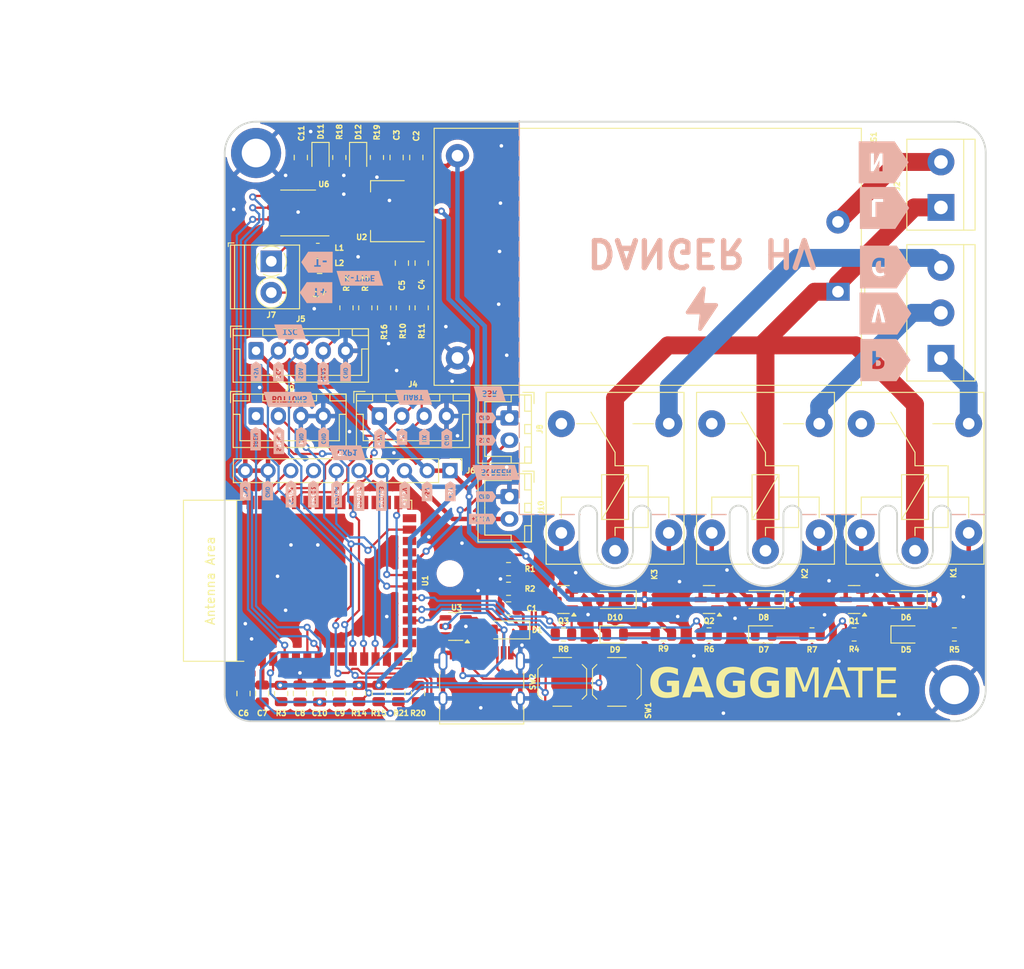
<source format=kicad_pcb>
(kicad_pcb (version 20240108) (generator "pcbnew") (generator_version "8.0")
  (layers (0 "F.Cu" signal) (31 "B.Cu" signal) (34 "B.Paste" user) (35 "F.Paste" user) (36 "B.SilkS" user "B.Silkscreen") (37 "F.SilkS" user "F.Silkscreen") (38 "B.Mask" user) (39 "F.Mask" user) (44 "Edge.Cuts" user))
  (net 0 "")
  (net 1 "+5V")
  (net 2 "Net-(D1-A)")
  (net 3 "GND")
  (net 4 "Net-(J1-CC1)")
  (net 5 "/USB_DP")
  (net 7 "Net-(J1-CC2)")
  (net 9 "LINE")
  (net 10 "NEUT")
  (net 11 "/LINE_PUMP")
  (net 12 "/LINE_VALVE")
  (net 13 "/LINE_GRINDER")
  (net 15 "+3.3V")
  (net 16 "/CHIP_PU")
  (net 17 "/SPI_MISO")
  (net 18 "/SPI_MOSI")
  (net 19 "/SPI_CLK")
  (net 20 "/MAX_CS")
  (net 21 "/SCL")
  (net 22 "/SDA")
  (net 23 "/RELAY_PUMP")
  (net 26 "/RELAY_VALVE")
  (net 27 "/RELAY_GRINDER")
  (net 28 "/GPIO12")
  (net 29 "/GPIO13")
  (net 30 "/SSR")
  (net 31 "/GPIO41")
  (net 32 "/GPIO42")
  (net 33 "/GPIO47")
  (net 35 "/BOOT")
  (net 39 "/SDA2")
  (net 40 "/GPIO21")
  (net 41 "/GPIO40")
  (net 42 "/UART_RX0")
  (net 43 "/UART_TX0")
  (net 44 "/GPIO2")
  (net 45 "/GPIO1")
  (net 46 "Net-(D5-A)")
  (net 47 "Net-(D7-A)")
  (net 48 "Net-(D9-A)")
  (net 49 "Net-(D5-K)")
  (net 50 "Net-(D10-A)")
  (net 51 "Net-(Q1-B)")
  (net 52 "Net-(Q2-B)")
  (net 53 "Net-(Q3-B)")
  (net 56 "/USB_DN")
  (net 57 "/GPIO8")
  (net 58 "Net-(J7-Pin_1)")
  (net 59 "Net-(J7-Pin_2)")
  (net 60 "Net-(U6-T+)")
  (net 61 "Net-(U6-T-)")
  (net 62 "Net-(D11-K)")
  (net 63 "Net-(D12-K)")
  (net 64 "Net-(D7-K)")
  (net 65 "/BTN_BREW")
  (net 66 "/BTN_STEAM")
  (net 67 "/GPIO16")
  (net 68 "/GPIO15")
  (net 69 "/USB_UF_DP")
  (net 70 "/USB_UF_DN")
  (footprint "MountingHole:MountingHole_2.5mm" (layer "F.Cu") (at 186.86 76.6)
    (property "Reference" "REF**" (hide yes))
    (property "Value" "MountingHole_2.5mm" (hide yes))
  )
  (footprint "Button_Switch_SMD:SW_SPST_SKQG_WithStem" (layer "F.Cu") (at 205.5 88.7 -90)
    (property "Reference" "SW1")
    (property "Value" "SW_Push" (hide yes))
  )
  (footprint "Connector_JST:JST_XH_B2B-XH-A_1x02_P2.50mm_Vertical" (layer "F.Cu") (at 193.5 68 -90)
    (property "Reference" "J10")
    (property "Value" "Conn_01x02" (hide yes))
  )
  (footprint "Capacitor_SMD:C_0805_2012Metric" (layer "F.Cu") (at 180.9 30.1 90)
    (property "Reference" "C3")
    (property "Value" "0.1uF" (hide yes))
  )
  (footprint "Package_TO_SOT_SMD:SOT-23" (layer "F.Cu") (at 199.5375 79.5 180)
    (property "Reference" "Q3")
    (property "Value" "MMBT2222A" (hide yes))
  )
  (footprint "PCM_Espressif:ESP32-S3-WROOM-1" (layer "F.Cu") (at 172.84 77.4 90)
    (property "Reference" "U1")
    (property "Value" "ESP32-S3-WROOM-1" (hide yes))
  )
  (footprint "Relay_THT:Relay_SPDT_Finder_36.11" (layer "F.Cu") (at 238.8 74.05 90)
    (property "Reference" "K1")
    (property "Value" "Relay_SPDT" (hide yes))
  )
  (footprint "Button_Switch_SMD:SW_SPST_SKQG_WithStem" (layer "F.Cu") (at 199.4 88.7 -90)
    (property "Reference" "SW2")
    (property "Value" "SW_Push" (hide yes))
  )
  (footprint "Resistor_SMD:R_0805_2012Metric" (layer "F.Cu") (at 181.6 46.9 -90)
    (property "Reference" "R10")
    (property "Value" "10K" (hide yes))
  )
  (footprint "Resistor_SMD:R_0805_2012Metric" (layer "F.Cu") (at 175.3 46.9 -90)
    (property "Reference" "R12")
    (property "Value" "10K" (hide yes))
  )
  (footprint "LED_SMD:LED_0805_2012Metric" (layer "F.Cu") (at 176.6 30.1 -90)
    (property "Reference" "D12")
    (property "Value" "LED" (hide yes))
  )
  (footprint "LED_SMD:LED_0805_2012Metric" (layer "F.Cu") (at 237.8 83.4)
    (property "Reference" "D5")
    (property "Value" "LED" (hide yes))
  )
  (footprint "Capacitor_SMD:C_0805_2012Metric" (layer "F.Cu") (at 170.2 30.1 90)
    (property "Reference" "C11")
    (property "Value" "1uF" (hide yes))
  )
  (footprint "Connector_JST:JST_XH_B4B-XH-A_1x04_P2.50mm_Vertical" (layer "F.Cu") (at 165.2 59)
    (property "Reference" "J9")
    (property "Value" "Conn_01x04" (hide yes))
  )
  (footprint "Package_TO_SOT_SMD:SOT-23-6" (layer "F.Cu") (at 187.5 82.5 180)
    (property "Reference" "U3")
    (property "Value" "USBLC6-2SC6" (hide yes))
  )
  (footprint "TerminalBlock:TerminalBlock_bornier-3_P5.08mm" (layer "F.Cu") (at 241.7 52.54 90)
    (property "Reference" "J3")
    (property "Value" "Conn_01x03" (hide yes))
  )
  (footprint "Relay_THT:Relay_SPDT_Finder_36.11" (layer "F.Cu") (at 205.3 74.05 90)
    (property "Reference" "K3")
    (property "Value" "Relay_SPDT" (hide yes))
  )
  (footprint "Connector_JST:JST_XH_B5B-XH-A_1x05_P2.50mm_Vertical" (layer "F.Cu") (at 165.2 51.7)
    (property "Reference" "J5")
    (property "Value" "Conn_01x05" (hide yes))
  )
  (footprint "Resistor_SMD:R_0805_2012Metric" (layer "F.Cu") (at 210.7 83.4)
    (property "Reference" "R9")
    (property "Value" "150R" (hide yes))
  )
  (footprint "Package_TO_SOT_SMD:SOT-23" (layer "F.Cu") (at 215.8 79.5 180)
    (property "Reference" "Q2")
    (property "Value" "MMBT2222A" (hide yes))
  )
  (footprint "MountingHole:MountingHole_3.2mm_M3_DIN965_Pad_TopBottom" (layer "F.Cu") (at 165.2 29.6)
    (property "Reference" "H1" (hide yes))
    (property "Value" "MountingHole_Pad" (hide yes))
  )
  (footprint "Diode_SMD:D_SOD-123" (layer "F.Cu") (at 193.4 82.9 180)
    (property "Reference" "D1")
    (property "Value" "1N5819" (hide yes))
  )
  (footprint "Capacitor_SMD:C_0805_2012Metric" (layer "F.Cu") (at 174.5 90 90)
    (property "Reference" "C9")
    (property "Value" "0.1uF" (hide yes))
  )
  (footprint "Resistor_SMD:R_0805_2012Metric" (layer "F.Cu") (at 178.7 30.1 -90)
    (property "Reference" "R19")
    (property "Value" "150R" (hide yes))
  )
  (footprint "Resistor_SMD:R_0805_2012Metric" (layer "F.Cu") (at 227.3 83.4)
    (property "Reference" "R7")
    (property "Value" "150R" (hide yes))
  )
  (footprint "Resistor_SMD:R_0805_2012Metric" (layer "F.Cu") (at 232 83.4 180)
    (property "Reference" "R4")
    (property "Value" "1K" (hide yes))
  )
  (footprint "Resistor_SMD:R_0805_2012Metric" (layer "F.Cu") (at 199.5375 83.4 180)
    (property "Reference" "R8")
    (property "Value" "1K" (hide yes))
  )
  (footprint "Resistor_SMD:R_0805_2012Metric" (layer "F.Cu") (at 178.9 90 -90)
    (property "Reference" "R15")
    (property "Value" "10K" (hide yes))
  )
  (footprint "TerminalBlock_Phoenix:TerminalBlock_Phoenix_PT-1,5-2-3.5-H_1x02_P3.50mm_Horizontal" (layer "F.Cu") (at 166.9 41.7 -90)
    (property "Reference" "J7")
    (property "Value" "Conn_01x02" (hide yes))
  )
  (footprint "Diode_SMD:D_SOD-123" (layer "F.Cu") (at 221.9 79.5 180)
    (property "Reference" "D8")
    (property "Value" "1N4148W" (hide yes))
  )
  (footprint "Package_SO:SOIC-8_3.9x4.9mm_P1.27mm" (layer "F.Cu") (at 169.9 36.3 180)
    (property "Reference" "U6")
    (property "Value" "MAX31855EASA" (hide yes))
  )
  (footprint "Connector_JST:JST_XH_B4B-XH-A_1x04_P2.50mm_Vertical" (layer "F.Cu") (at 178.97 59)
    (property "Reference" "J4")
    (property "Value" "Conn_01x04" (hide yes))
  )
  (footprint "Resistor_SMD:R_0805_2012Metric" (layer "F.Cu") (at 176.7 90 -90)
    (property "Reference" "R14")
    (property "Value" "10K" (hide yes))
  )
  (footprint "LED_SMD:LED_0805_2012Metric" (layer "F.Cu") (at 172.4 30.1 -90)
    (property "Reference" "D11")
    (property "Value" "LED" (hide yes))
  )
  (footprint "Capacitor_SMD:C_0805_2012Metric" (layer "F.Cu") (at 172.3 90 90)
    (property "Reference" "C10")
    (property "Value" "0.1uF" (hide yes))
  )
  (footprint "MountingHole:MountingHole_3.2mm_M3_DIN965_Pad_TopBottom" (layer "F.Cu") (at 243.2 89.6)
    (property "Reference" "H1" (hide yes))
    (property "Value" "MountingHole_Pad" (hide yes))
  )
  (footprint "Package_TO_SOT_SMD:SOT-23" (layer "F.Cu") (at 232 79.5 180)
    (property "Reference" "Q1")
    (property "Value" "MMBT2222A" (hide yes))
  )
  (footprint "Resistor_SMD:R_0805_2012Metric" (layer "F.Cu") (at 215.8 83.4 180)
    (property "Reference" "R6")
    (property "Value" "1K" (hide yes))
  )
  (footprint "Capacitor_SMD:C_0805_2012Metric" (layer "F.Cu") (at 193.4 80.5 180)
    (property "Reference" "C1")
    (property "Value" "10uF" (hide yes))
  )
  (footprint "Diode_SMD:D_SOD-123" (layer "F.Cu") (at 205.3 79.5 180)
    (property "Reference" "D10")
    (property "Value" "1N4148W" (hide yes))
  )
  (footprint "Connector_USB:USB_C_Receptacle_HRO_TYPE-C-31-M-12" (layer "F.Cu") (at 190.4 89.5)
    (property "Reference" "J1" (hide yes))
    (property "Value" "USB_C_Receptacle" (hide yes))
  )
  (footprint "Capacitor_SMD:C_0805_2012Metric" (layer "F.Cu") (at 163.8 90 -90)
    (property "Reference" "C6")
    (property "Value" "10uF" (hide yes))
  )
  (footprint "Resistor_SMD:R_0805_2012Metric" (layer "F.Cu") (at 177.4 46.9 -90)
    (property "Reference" "R13")
    (property "Value" "10K" (hide yes))
  )
  (footprint "Converter_ACDC:Converter_ACDC_HiLink_HLK-10Mxx" (layer "F.Cu") (at 230.2 45.1 180)
    (property "Reference" "PS1")
    (property "Value" "HLK-10M05" (hide yes))
  )
  (footprint "Capacitor_SMD:C_0805_2012Metric" (layer "F.Cu") (at 183.7 41.9 -90)
    (property "Reference" "C4")
    (property "Value" "22uF" (hide yes))
  )
  (footprint "Resistor_SMD:R_0805_2012Metric" (layer "F.Cu") (at 193.4 76.1)
    (property "Reference" "R1")
    (property "Value" "5.1K" (hide yes))
  )
  (footprint "Inductor_SMD:L_0603_1608Metric" (layer "F.Cu") (at 172.1 41.9)
    (property "Reference" "L2")
    (property "Value" "470R" (hide yes))
  )
  (footprint "Resistor_SMD:R_0805_2012Metric" (layer "F.Cu") (at 183.7 46.9 -90)
    (property "Reference" "R11")
    (property "Value" "10K" (hide yes))
  )
  (footprint "Resistor_SMD:R_0805_2012Metric" (layer "F.Cu") (at 179.5 46.9 -90)
    (property "Reference" "R16")
    (property "Value" "10K" (hide yes))
  )
  (footprint "Connector_JST:JST_XH_B2B-XH-A_1x02_P2.50mm_Vertical" (layer "F.Cu") (at 193.5 59.2 -90)
    (property "Reference" "J8")
    (property "Value" "Conn_01x02" (hide yes))
  )
  (footprint "Resistor_SMD:R_0805_2012Metric" (layer "F.Cu") (at 181.1 90 -90)
    (property "Reference" "R21")
    (property "Value" "10K" (hide yes))
  )
  (footprint "Resistor_SMD:R_0805_2012Metric" (layer "F.Cu") (at 183.3 90.0125 -90)
    (property "Reference" "R20")
    (property "Value" "10K" (hide yes))
  )
  (footprint "Resistor_SMD:R_0805_2012Metric" (layer "F.Cu") (at 193.4 78.3)
    (property "Reference" "R2")
    (property "Value" "5.1K" (hide yes))
  )
  (footprint "Connector_PinHeader_2.54mm:PinHeader_1x10_P2.54mm_Vertical" (layer "F.Cu") (at 186.86 65.1 -90)
    (property "Reference" "J6")
    (property "Value" "Conn_01x10" (hide yes))
  )
  (footprint "Capacitor_SMD:C_0805_2012Metric" (layer "F.Cu") (at 183.1 30.1 90)
    (property "Reference" "C2")
    (property "Value" "10uF" (hide yes))
  )
  (footprint "Capacitor_SMD:C_0805_2012Metric" (layer "F.Cu") (at 170.1 90 90)
    (property "Reference" "C8")
    (property "Value" "1uF" (hide yes))
  )
  (footprint "LED_SMD:LED_0805_2012Metric" (layer "F.Cu") (at 221.9 83.4)
    (property "Reference" "D7")
    (property "Value" "LED" (hide yes))
  )
  (footprint "TerminalBlock:TerminalBlock_bornier-2_P5.08mm" (layer "F.Cu") (at 241.7 35.68 90)
    (property "Reference" "J2")
    (property "Value" "Conn_01x02" (hide yes))
  )
  (footprint "Capacitor_SMD:C_0805_2012Metric" (layer "F.Cu") (at 181.49 41.9 -90)
    (property "Reference" "C5")
    (property "Value" "0.1uF" (hide yes))
  )
  (footprint "Capacitor_SMD:C_0805_2012Metric" (layer "F.Cu") (at 165.89 90 -90)
    (property "Reference" "C7")
    (property "Value" "0.1uF" (hide yes))
  )
  (footprint "Package_TO_SOT_SMD:SOT-223-3_TabPin2" (layer "F.Cu") (at 179.9 36.1 180)
    (property "Reference" "U2")
    (property "Value" "AMS1117-3.3" (hide yes))
  )
  (footprint "Resistor_SMD:R_0805_2012Metric" (layer "F.Cu") (at 243.2 83.4)
    (property "Reference" "R5")
    (property "Value" "150R" (hide yes))
  )
  (footprint "Relay_THT:Relay_SPDT_Finder_36.11" (layer "F.Cu") (at 222.1 74.05 90)
    (property "Reference" "K2")
    (property "Value" "Relay_SPDT" (hide yes))
  )
  (footprint "LED_SMD:LED_0805_2012Metric" (layer "F.Cu") (at 205.3 83.4)
    (property "Reference" "D9")
    (property "Value" "LED" (hide yes))
  )
  (footprint "Resistor_SMD:R_0805_2012Metric" (layer "F.Cu") (at 168 90 -90)
    (property "Reference" "R3")
    (property "Value" "10K" (hide yes))
  )
  (footprint "Diode_SMD:D_SOD-123" (layer "F.Cu") (at 237.8 79.5 180)
    (property "Reference" "D6")
    (property "Value" "1N4148W" (hide yes))
  )
  (footprint "Inductor_SMD:L_0603_1608Metric" (layer "F.Cu") (at 172.1 40.2)
    (property "Reference" "L1")
    (property "Value" "470R" (hide yes))
  )
  (footprint "Resistor_SMD:R_0805_2012Metric" (layer "F.Cu") (at 174.5 30.1 -90)
    (property "Reference" "R18")
    (property "Value" "68R" (hide yes))
  )
  (footprint "Capacitor_SMD:C_0805_2012Metric" (layer "F.Cu") (at 172.3 43.8)
    (property "Reference" "C14")
    (property "Value" "10nF" (hide yes))
  )
  (footprint "kibuzzard-6732266F" (layer "B.Cu") (at 169.1 67.7 90)
    (property "Reference" "kibuzzard-6732266F" (hide yes))
    (property "Value" "G***" (hide yes))
  )
  (footprint "kibuzzard-67322650" (layer "B.Cu") (at 186.9 67.4 90)
    (property "Reference" "kibuzzard-67322650" (hide yes))
    (property "Value" "G***" (hide yes))
  )
  (footprint "kibuzzard-67322749" (layer "B.Cu") (at 192 65.3)
    (property "Reference" "kibuzzard-67322749" (hide yes))
    (property "Value" "G***" (hide yes))
  )
  (footprint "kibuzzard-67322796" (layer "B.Cu") (at 235.5 42.34)
    (property "Reference" "kibuzzard-67322796" (hide yes))
    (property "Value" "G***" (hide yes))
  )
  (footprint "kibuzzard-6735A9FB" (layer "B.Cu") (at 235.3 30.64)
    (property "Reference" "kibuzzard-6735A9FB" (hide yes))
    (property "Value" "G***" (hide yes))
  )
  (footprint "kibuzzard-67322681" (layer "B.Cu") (at 171.6 67.7 90)
    (property "Reference" "kibuzzard-67322681" (hide yes))
    (property "Value" "G***" (hide yes))
  )
  (footprint "kibuzzard-6732279D" (layer "B.Cu") (at 235.5 52.74)
    (property "Reference" "kibuzzard-6732279D" (hide yes))
    (property "Value" "G***" (hide yes))
  )
  (footprint "kibuzzard-67322755" (layer "B.Cu") (at 169 49.6)
    (property "Reference" "kibuzzard-67322755" (hide yes))
    (property "Value" "G***" (hide yes))
  )
  (footprint "kibuzzard-6735A9F6" (layer "B.Cu") (at 235.4 35.74)
    (property "Reference" "kibuzzard-6735A9F6" (hide yes))
    (property "Value" "G***" (hide yes))
  )
  (footprint "kibuzzard-673226D2" (layer "B.Cu") (at 190.9 61.7)
    (property "Reference" "kibuzzard-673226D2" (hide yes))
    (property "Value" "G***" (hide yes))
  )
  (footprint "kibuzzard-67322649" (layer "B.Cu") (at 166.5 67.3 90)
    (property "Reference" "kibuzzard-67322649" (hide yes))
    (property "Value" "G***" (hide yes))
  )
  (footprint "kibuzzard-6732270D" (layer "B.Cu") (at 181.5 61.3 90)
    (property "Reference" "kibuzzard-6732270D" (hide yes))
    (property "Value" "G***" (hide yes))
  )
  (footprint "kibuzzard-67322649" (layer "B.Cu") (at 172.75 61.325 90)
    (property "Reference" "kibuzzard-67322649" (hide yes))
    (property "Value" "G***" (hide yes))
  )
  (footprint "kibuzzard-673226BE" (layer "B.Cu") (at 167.75 61.725 90)
    (property "Reference" "kibuzzard-673226BE" (hide yes))
    (property "Value" "G***" (hide yes))
  )
  (footprint "kibuzzard-67322833" (layer "B.Cu") (at 191.3 56.5)
    (property "Reference" "kibuzzard-67322833" (hide yes))
    (property "Value" "G***" (hide yes))
  )
  (footprint "kibuzzard-67426AC2" (layer "B.Cu") (at 172.7 54.2 90)
    (property "Reference" "kibuzzard-67426AC2" (hide yes))
    (property "Value" "G***" (hide yes))
  )
  (footprint "kibuzzard-67322650" (layer "B.Cu") (at 165.2 54 90)
    (property "Reference" "kibuzzard-67322650" (hide yes))
    (property "Value" "G***" (hide yes))
  )
  (footprint "kibuzzard-67322650" (layer "B.Cu") (at 184.3 67.4 90)
    (property "Reference" "kibuzzard-67322650" (hide yes))
    (property "Value" "G***" (hide yes))
  )
  (footprint "kibuzzard-6732277B" (layer "B.Cu") (at 175.4 63.1)
    (property "Reference" "kibuzzard-6732277B" (hide yes))
    (property "Value" "G***" (hide yes))
  )
  (footprint "kibuzzard-67322649" (layer "B.Cu") (at 164 67.3 90)
    (property "Reference" "kibuzzard-67322649" (hide yes))
    (property "Value" "G***" (hide yes))
  )
  (footprint "kibuzzard-67322783" (layer "B.Cu") (at 176.8 43.6)
    (property "Reference" "kibuzzard-67322783" (hide yes))
    (property "Value" "G***" (hide yes))
  )
  (footprint "kibuzzard-67322575" (layer "B.Cu") (at 172 41.8)
    (property "Reference" "kibuzzard-67322575" (hide yes))
    (property "Value" "G***" (hide yes))
  )
  (footprint "kibuzzard-673226A8" (layer "B.Cu") (at 179.2 67.870338 90)
    (property "Reference" "kibuzzard-673226A8" (hide yes))
    (property "Value" "G***" (hide yes))
  )
  (footprint "kibuzzard-67322649" (layer "B.Cu") (at 190.9 59.2)
    (property "Reference" "kibuzzard-67322649" (hide yes))
    (property "Value" "G***" (hide yes))
  )
  (footprint "kibuzzard-67322686" (layer "B.Cu") (at 174.2 67.7 90)
    (property "Reference" "kibuzzard-67322686" (hide yes))
    (property "Value" "G***" (hide yes))
  )
  (footprint "kibuzzard-67322649" (layer "B.Cu") (at 186.5 61.5 90)
    (property "Reference" "kibuzzard-67322649" (hide yes))
    (property "Value" "G***" (hide yes))
  )
  (footprint "kibuzzard-673226A0" (layer "B.Cu") (at 176.7 67.870338 90)
    (property "Reference" "kibuzzard-673226A0" (hide yes))
    (property "Value" "G***" (hide yes))
  )
  (footprint "kibuzzard-67322714" (layer "B.Cu") (at 184 61.3 90)
    (property "Reference" "kibuzzard-67322714" (hide yes))
    (property "Value" "G***" (hide yes))
  )
  (footprint "kibuzzard-67322649" (layer "B.Cu") (at 190.9 68)
    (property "Reference" "kibuzzard-67322649" (hide yes))
    (property "Value" "G***" (hide yes))
  )
  (footprint "kibuzzard-67322768" (layer "B.Cu") (at 168.95 57.125)
    (property "Reference" "kibuzzard-67322768" (hide yes))
    (property "Value" "G***" (hide yes))
  )
  (footprint "kibuzzard-6732257B" (layer "B.Cu") (at 171.9 45.2)
    (property "Reference" "kibuzzard-6732257B" (hide yes))
    (property "Value" "G***" (hide yes))
  )
  (footprint "kibuzzard-673226B7" (layer "B.Cu") (at 165.15 61.525 90)
    (property "Reference" "kibuzzard-673226B7" (hide yes))
    (property "Value" "G***" (hide yes))
  )
  (footprint "kibuzzard-673226AF" (layer "B.Cu") (at 190.5 70.5)
    (property "Reference" "kibuzzard-673226AF" (hide yes))
    (property "Value" "G***" (hide yes))
  )
  (footprint "kibuzzard-673226AF" (layer "B.Cu") (at 181.8 67.8 90)
    (property "Reference" "kibuzzard-673226AF" (hide yes))
    (property "Value" "G***" (hide yes))
  )
  (footprint "kibuzzard-6732261A" (layer "B.Cu") (at 167.7 54 90)
    (property "Reference" "kibuzzard-6732261A" (hide yes))
    (property "Value" "G***" (hide yes))
  )
  (footprint "kibuzzard-6732274F" (layer "B.Cu") (at 182.8 56.9)
    (property "Reference" "kibuzzard-6732274F" (hide yes))
    (property "Value" "G***" (hide yes))
  )
  (footprint "kibuzzard-67322655" (layer "B.Cu") (at 170.2 54 90)
    (property "Reference" "kibuzzard-67322655" (hide yes))
    (property "Value" "G***" (hide yes))
  )
  (footprint "kibuzzard-67322649" (layer "B.Cu") (at 175.2 54 90)
    (property "Reference" "kibuzzard-67322649" (hide yes))
    (property "Value" "G***" (hide yes))
  )
  (footprint "kibuzzard-67322650" (layer "B.Cu") (at 179 61.5 90)
    (property "Reference" "kibuzzard-67322650" (hide yes))
    (property "Value" "G***" (hide yes))
  )
  (footprint "kibuzzard-6732278E" (layer "B.Cu") (at 235.5 47.54)
    (property "Reference" "kibuzzard-6732278E" (hide yes))
    (property "Value" "G***" (hide yes))
  )
  (footprint "kibuzzard-67322649" (layer "B.Cu") (at 170.25 61.325 90)
    (property "Reference" "kibuzzard-67322649" (hide yes))
    (property "Value" "G***" (hide yes))
  )
  (gr_line (start 194.6 26) (end 194.6 70) (stroke (width 0.15) (type dash)) (layer "B.SilkS"))
  (gr_line (start 194.6 70) (end 201.4 70) (stroke (width 0.15) (type dash)) (layer "B.SilkS"))
  (gr_line (start 209.3 70) (end 218.1 70) (stroke (width 0.15) (type dash)) (layer "B.SilkS"))
  (gr_poly (pts (xy 214.787159 49.483257) (xy 214.777837 49.482558) (xy 214.768515 49.481466) (xy 214.759203 49.479979) (xy 214.749914 49.478092) (xy 214.740658 49.475802) (xy 214.731447 49.473105) (xy 214.722292 49.469998) (xy 214.71364 49.466583) (xy 214.705191 49.462842) (xy 214.696951 49.458786) (xy 214.688927 49.454422) (xy 214.681124 49.44976) (xy 214.673548 49.444808) (xy 214.666205 49.439577) (xy 214.659101 49.434074) (xy 214.652242 49.42831) (xy 214.645633 49.422292) (xy 214.63928 49.416031) (xy 214.63319 49.409535) (xy 214.627368 49.402813) (xy 214.621821 49.395874) (xy 214.616553 49.388727) (xy 214.611571 49.381382) (xy 214.606881 49.373847) (xy 214.602488 49.366132) (xy 214.598399 49.358245) (xy 214.594619 49.350195) (xy 214.591155 49.341992) (xy 214.588012 49.333645) (xy 214.585196 49.325162) (xy 214.582712 49.316553) (xy 214.580568 49.307827) (xy 214.578768 49.298992) (xy 214.577319 49.290059) (xy 214.576226 49.281035) (xy 214.575496 49.27193) (xy 214.575133 49.262753) (xy 214.575145 49.253514) (xy 214.575537 49.24422) (xy 214.749386 47.632166) (xy 213.419554 47.632166) (xy 213.403969 47.631653) (xy 213.388587 47.630085) (xy 213.373454 47.627488) (xy 213.358616 47.623889) (xy 213.344116 47.619316) (xy 213.33 47.613796) (xy 213.316313 47.607355) (xy 213.303101 47.600021) (xy 213.290409 47.591821) (xy 213.278281 47.582782) (xy 213.266762 47.572931) (xy 213.255898 47.562294) (xy 213.245734 47.5509) (xy 213.236315 47.538774) (xy 213.227686 47.525945) (xy 213.219892 47.512438) (xy 213.213046 47.498428) (xy 213.207227 47.484103) (xy 213.202434 47.469516) (xy 213.198663 47.45472) (xy 213.195912 47.439767) (xy 213.194178 47.42471) (xy 213.193458 47.409601) (xy 213.19375 47.394493) (xy 213.19505 47.379438) (xy 213.197356 47.364488) (xy 213.200665 47.349697) (xy 213.204974 47.335117) (xy 213.210281 47.3208) (xy 213.216582 47.306798) (xy 213.223876 47.293165) (xy 213.232159 47.279953) (xy 215.013546 44.615775) (xy 215.021756 44.604405) (xy 215.030592 44.593638) (xy 215.040021 44.583493) (xy 215.050007 44.573988) (xy 215.060518 44.565141) (xy 215.071518 44.556971) (xy 215.082974 44.549494) (xy 215.094852 44.54273) (xy 215.107116 44.536696) (xy 215.119734 44.531411) (xy 215.132671 44.526892) (xy 215.145892 44.523158) (xy 215.159364 44.520227) (xy 215.173052 44.518117) (xy 215.186923 44.516847) (xy 215.200941 44.516433) (xy 215.205847 44.516492) (xy 215.210747 44.516658) (xy 215.215638 44.51693) (xy 215.220519 44.517307) (xy 215.225389 44.51779) (xy 215.230246 44.518378) (xy 215.235087 44.519071) (xy 215.239912 44.519869) (xy 215.244719 44.520771) (xy 215.249505 44.521777) (xy 215.254269 44.522886) (xy 215.259011 44.5241) (xy 215.263726 44.525416) (xy 215.268415 44.526835) (xy 215.273075 44.528356) (xy 215.277705 44.52998) (xy 215.286755 44.533514) (xy 215.29558 44.537401) (xy 215.304176 44.541632) (xy 215.312534 44.546196) (xy 215.32065 44.551082) (xy 215.328516 44.556281) (xy 215.336127 44.561781) (xy 215.343475 44.567573) (xy 215.350554 44.573645) (xy 215.357359 44.579989) (xy 215.363882 44.586593) (xy 215.370117 44.593447) (xy 215.376057 44.60054) (xy 215.381697 44.607863) (xy 215.38703 44.615404) (xy 215.392048 44.623154) (xy 215.396747 44.631102) (xy 215.40112 44.639238) (xy 215.405159 44.647551) (xy 215.40886 44.656031) (xy 215.412214 44.664668) (xy 215.415217 44.673451) (xy 215.41786 44.68237) (xy 215.420139 44.691415) (xy 215.422047 44.700575) (xy 215.423576 44.709839) (xy 215.424722 44.719198) (xy 215.425477 44.728641) (xy 215.425834 44.738158) (xy 215.425789 44.747738) (xy 215.425333 44.757371) (xy 215.424461 44.767047) (xy 215.250612 46.367811) (xy 216.580443 46.367811) (xy 216.596029 46.368324) (xy 216.61141 46.369893) (xy 216.626543 46.37249) (xy 216.641382 46.376089) (xy 216.655882 46.380661) (xy 216.669998 46.386182) (xy 216.683684 46.392622) (xy 216.696896 46.399956) (xy 216.709589 46.408156) (xy 216.721717 46.417195) (xy 216.733235 46.427047) (xy 216.744099 46.437683) (xy 216.754263 46.449078) (xy 216.763682 46.461203) (xy 216.772311 46.474033) (xy 216.780105 46.487539) (xy 216.786952 46.50155) (xy 216.79277 46.515875) (xy 216.797563 46.530461) (xy 216.801334 46.545257) (xy 216.804085 46.56021) (xy 216.805819 46.575268) (xy 216.806539 46.590377) (xy 216.806248 46.605485) (xy 216.804948 46.62054) (xy 216.802642 46.635489) (xy 216.799333 46.65028) (xy 216.795024 46.664861) (xy 216.789717 46.679178) (xy 216.783415 46.693179) (xy 216.776122 46.706812) (xy 216.767839 46.720024) (xy 214.986452 49.384202) (xy 214.98087 49.392096) (xy 214.975002 49.39969) (xy 214.968858 49.406982) (xy 214.96245 49.413967) (xy 214.955789 49.420642) (xy 214.948887 49.427003) (xy 214.941756 49.433046) (xy 214.934406 49.438768) (xy 214.92685 49.444164) (xy 214.919098 49.449232) (xy 214.911162 49.453967) (xy 214.903054 49.458366) (xy 214.894785 49.462425) (xy 214.886366 49.46614) (xy 214.877809 49.469508) (xy 214.869125 49.472524) (xy 214.860326 49.475186) (xy 214.851424 49.477489) (xy 214.842428 49.479429) (xy 214.833352 49.481004) (xy 214.824207 49.482209) (xy 214.815003 49.483041) (xy 214.805753 49.483495) (xy 214.796468 49.483568)) (stroke (width -0.000001)) (fill solid) (layer "B.SilkS"))
  (gr_line (start 226.1 70) (end 234.8 70) (stroke (width 0.15) (type dash)) (layer "B.SilkS"))
  (gr_line (start 242.8 70) (end 246.7 70) (stroke (width 0.15) (type dash)) (layer "B.SilkS"))
  (gr_arc (start 234.8 70) (mid 235.092893 69.292893) (end 235.8 69) (stroke (width 0.2)) (layer "Edge.Cuts"))
  (gr_arc (start 207.3 74) (mid 205.3 76) (end 203.3 74) (stroke (width 0.2)) (layer "Edge.Cuts"))
  (gr_line (start 218.1 70) (end 218.1 74) (stroke (width 0.2)) (layer "Edge.Cuts"))
  (gr_arc (start 246.7 89.6) (mid 245.674874 92.074873) (end 243.2 93.1) (stroke (width 0.2)) (layer "Edge.Cuts"))
  (gr_arc (start 241.8 69) (mid 242.507107 69.292893) (end 242.8 70) (stroke (width 0.2)) (layer "Edge.Cuts"))
  (gr_arc (start 207.3 70) (mid 207.592893 69.292893) (end 208.3 69) (stroke (width 0.2)) (layer "Edge.Cuts"))
  (gr_line (start 161.7 29.6) (end 161.7 90.1) (stroke (width 0.2)) (layer "Edge.Cuts"))
  (gr_line (start 220.1 74) (end 220.1 70) (stroke (width 0.2)) (layer "Edge.Cuts"))
  (gr_arc (start 164.7 93.1) (mid 162.578679 92.221321) (end 161.7 90.1) (stroke (width 0.2)) (layer "Edge.Cuts"))
  (gr_arc (start 202.3 69) (mid 203.007107 69.292893) (end 203.3 70) (stroke (width 0.2)) (layer "Edge.Cuts"))
  (gr_arc (start 240.8 74) (mid 238.8 76) (end 236.8 74) (stroke (width 0.2)) (layer "Edge.Cuts"))
  (gr_arc (start 201.3 70) (mid 201.592893 69.292893) (end 202.3 69) (stroke (width 0.2)) (layer "Edge.Cuts"))
  (gr_arc (start 226.1 74) (mid 224.928427 76.828427) (end 222.1 78) (stroke (width 0.2)) (layer "Edge.Cuts"))
  (gr_line (start 201.3 70) (end 201.3 74) (stroke (width 0.2)) (layer "Edge.Cuts"))
  (gr_line (start 207.3 74) (end 207.3 70) (stroke (width 0.2)) (layer "Edge.Cuts"))
  (gr_line (start 209.3 74) (end 209.3 70) (stroke (width 0.2)) (layer "Edge.Cuts"))
  (gr_arc (start 205.3 78) (mid 202.471573 76.828427) (end 201.3 74) (stroke (width 0.2)) (layer "Edge.Cuts"))
  (gr_arc (start 222.1 78) (mid 219.271573 76.828427) (end 218.1 74) (stroke (width 0.2)) (layer "Edge.Cuts"))
  (gr_line (start 236.8 74) (end 236.8 70) (stroke (width 0.2)) (layer "Edge.Cuts"))
  (gr_arc (start 242.8 74) (mid 241.628427 76.828427) (end 238.8 78) (stroke (width 0.2)) (layer "Edge.Cuts"))
  (gr_arc (start 238.8 78) (mid 235.971573 76.828427) (end 234.8 74) (stroke (width 0.2)) (layer "Edge.Cuts"))
  (gr_line (start 246.7 89.6) (end 246.7 29.6) (stroke (width 0.2)) (layer "Edge.Cuts"))
  (gr_arc (start 209.3 74) (mid 208.128427 76.828427) (end 205.3 78) (stroke (width 0.2)) (layer "Edge.Cuts"))
  (gr_line (start 240.8 74) (end 240.8 70) (stroke (width 0.2)) (layer "Edge.Cuts"))
  (gr_arc (start 240.8 70) (mid 241.092893 69.292893) (end 241.8 69) (stroke (width 0.2)) (layer "Edge.Cuts"))
  (gr_line (start 164.7 93.1) (end 243.2 93.1) (stroke (width 0.2)) (layer "Edge.Cuts"))
  (gr_arc (start 243.2 26.1) (mid 245.674873 27.125126) (end 246.7 29.6) (stroke (width 0.2)) (layer "Edge.Cuts"))
  (gr_arc (start 208.3 69) (mid 209.007107 69.292893) (end 209.3 70) (stroke (width 0.2)) (layer "Edge.Cuts"))
  (gr_line (start 203.3 74) (end 203.3 70) (stroke (width 0.2)) (layer "Edge.Cuts"))
  (gr_arc (start 235.8 69) (mid 236.507107 69.292893) (end 236.8 70) (stroke (width 0.2)) (layer "Edge.Cuts"))
  (gr_arc (start 219.1 69) (mid 219.807107 69.292893) (end 220.1 70) (stroke (width 0.2)) (layer "Edge.Cuts"))
  (gr_arc (start 224.1 74) (mid 222.1 76) (end 220.1 74) (stroke (width 0.2)) (layer "Edge.Cuts"))
  (gr_line (start 242.8 74) (end 242.8 70) (stroke (width 0.2)) (layer "Edge.Cuts"))
  (gr_arc (start 224.1 70) (mid 224.392893 69.292893) (end 225.1 69) (stroke (width 0.2)) (layer "Edge.Cuts"))
  (gr_line (start 224.1 74) (end 224.1 70) (stroke (width 0.2)) (layer "Edge.Cuts"))
  (gr_line (start 226.1 74) (end 226.1 70) (stroke (width 0.2)) (layer "Edge.Cuts"))
  (gr_arc (start 218.1 70) (mid 218.392893 69.292893) (end 219.1 69) (stroke (width 0.2)) (layer "Edge.Cuts"))
  (gr_arc (start 225.1 69) (mid 225.807107 69.292893) (end 226.1 70) (stroke (width 0.2)) (layer "Edge.Cuts"))
  (gr_arc (start 161.7 29.6) (mid 162.725126 27.125127) (end 165.2 26.1) (stroke (width 0.2)) (layer "Edge.Cuts"))
  (gr_line (start 243.2 26.1) (end 165.2 26.1) (stroke (width 0.2)) (layer "Edge.Cuts"))
  (gr_line (start 234.8 70) (end 234.8 74) (stroke (width 0.2)) (layer "Edge.Cuts"))
  (gr_text "DANGER HV" (at 215 39 180) (layer "B.SilkS") (effects (font (size 3 3) (thickness 0.6) (bold yes)) (justify bottom mirror)))
  (gr_text "MATE" (at 224.5 91 0) (layer "F.SilkS") (effects (font (size 3.3 3.3) (thickness 0.1875)) (justify left bottom)))
  (gr_text "GAGGI" (at 209 91 0) (layer "F.SilkS") (effects (font (size 3.3 3.3) (thickness 0.75) (bold yes)) (justify left bottom)))
  (segment (start 192 81.7) (end 191 80.7) (width 0.3) (layer "F.Cu") (net 1))
  (segment (start 193.85 81.7) (end 192 81.7) (width 0.3) (layer "F.Cu") (net 1))
  (segment (start 177.3 33.4) (end 180.5 33.4) (width 0.5) (layer "F.Cu") (net 1))
  (segment (start 206.95 79.5) (end 208.6 79.5) (width 0.5) (layer "F.Cu") (net 1))
  (segment (start 211.3 75.9125) (end 211.3 72.05) (width 0.5) (layer "F.Cu") (net 1))
  (segment (start 178.97 59) (end 175.67 55.7) (width 0.5) (layer "F.Cu") (net 1))
  (segment (start 189 68) (end 189 67.24) (width 0.5) (layer "F.Cu") (net 1))
  (segment (start 195.05 82.9) (end 195.05 81.2) (width 0.3) (layer "F.Cu") (net 1))
  (segment (start 180.5 33.4) (end 180.9 33) (width 0.5) (layer "F.Cu") (net 1))
  (segment (start 223.55 79.5) (end 225 79.5) (width 0.5) (layer "F.Cu") (net 1))
  (segment (start 225 79.5) (end 225 80.1875) (width 0.5) (layer "F.Cu") (net 1))
  (segment (start 192 74.5) (end 195 74.5) (width 0.3) (layer "F.Cu") (net 1))
  (segment (start 225 79.5) (end 225 78.8125) (width 0.5) (layer "F.Cu") (net 1))
  (segment (start 176.6 31.0375) (end 176.6 32.7) (width 0.5) (layer "F.Cu") (net 1))
  (segment (start 191 75.5) (end 192 74.5) (width 0.3) (layer "F.Cu") (net 1))
  (segment (start 208.6 79.5) (end 208.6 78.6125) (width 0.5) (layer "F.Cu") (net 1))
  (segment (start 183.1 31.05) (end 186.55 31.05) (width 0.5) (layer "F.Cu") (net 1))
  (segment (start 175.67 55.7) (end 169.2 55.7) (width 0.5) (layer "F.Cu") (net 1))
  (segment (start 195.05 82.9) (end 193.85 81.7) (width 0.3) (layer "F.Cu") (net 1))
  (segment (start 180.9 31.05) (end 183.1 31.05) (width 0.5) (layer "F.Cu") (net 1))
  (segment (start 189 67.24) (end 186.86 65.1) (width 0.5) (layer "F.Cu") (net 1))
  (segment (start 240.9 78.8125) (end 244.8 74.9125) (width 0.5) (layer "F.Cu") (net 1))
  (segment (start 183.05 33.8) (end 183.05 31.1) (width 0.5) (layer "F.Cu") (net 1))
  (segment (start 240.9 79.5) (end 240.9 80.1875) (width 0.5) (layer "F.Cu") (net 1))
  (segment (start 176.6 32.7) (end 177.3 33.4) (width 0.5) (layer "F.Cu") (net 1))
  (segment (start 183.05 31.1) (end 183.1 31.05) (width 0.5) (layer "F.Cu") (net 1))
  (segment (start 239.45 79.5) (end 240.9 79.5) (width 0.5) (layer "F.Cu") (net 1))
  (segment (start 240.9 79.5) (end 240.9 78.8125) (width 0.5) (layer "F.Cu") (net 1))
  (segment (start 195.05 81.2) (end 194.35 80.5) (width 0.3) (layer "F.Cu") (net 1))
  (segment (start 191 80.7) (end 191 75.5) (width 0.3) (layer "F.Cu") (net 1))
  (segment (start 225 80.1875) (end 228.2125 83.4) (width 0.5) (layer "F.Cu") (net 1))
  (segment (start 208.6 80.3875) (end 211.6125 83.4) (width 0.5) (layer "F.Cu") (net 1))
  (segment (start 225 78.8125) (end 228.1 75.7125) (width 0.5) (layer "F.Cu") (net 1))
  (segment (start 240.9 80.1875) (end 244.1125 83.4) (width 0.5) (layer "F.Cu") (net 1))
  (segment (start 169.2 55.7) (end 165.2 51.7) (width 0.5) (layer "F.Cu") (net 1))
  (segment (start 208.6 78.6125) (end 211.3 75.9125) (width 0.5) (layer "F.Cu") (net 1))
  (segment (start 208.6 79.5) (end 208.6 80.3875) (width 0.5) (layer "F.Cu") (net 1))
  (segment (start 244.8 74.9125) (end 244.8 72.05) (width 0.5) (layer "F.Cu") (net 1))
  (segment (start 180.9 33) (end 180.9 31.05) (width 0.5) (layer "F.Cu") (net 1))
  (segment (start 228.1 75.7125) (end 228.1 72.55) (width 0.5) (layer "F.Cu") (net 1))
  (segment (start 186.55 31.05) (end 187.7 29.9) (width 0.5) (layer "F.Cu") (net 1))
  (segment (start 184.32 65.1) (end 186.86 65.1) (width 0.5) (layer "F.Cu") (net 1))
  (via (at 225 79.5) (size 0.8) (drill 0.4) (layers "F.Cu" "B.Cu") (net 1))
  (via (at 208.6 79.5) (size 0.8) (drill 0.4) (layers "F.Cu" "B.Cu") (net 1))
  (via (at 195.35 74.65) (size 0.8) (drill 0.4) (layers "F.Cu" "B.Cu") (net 1))
  (via (at 240.9 79.5) (size 0.8) (drill 0.4) (layers "F.Cu" "B.Cu") (net 1))
  (via (at 189 68) (size 0.8) (drill 0.4) (layers "F.Cu" "B.Cu") (net 1))
  (segment (start 189 68) (end 189 67.08995) (width 0.5) (layer "B.Cu") (net 1))
  (segment (start 187.7 45.9) (end 187.7 29.9) (width 0.5) (layer "B.Cu") (net 1))
  (segment (start 178.97 59.75) (end 178.97 59.075) (width 0.5) (layer "B.Cu") (net 1))
  (segment (start 200.2 79.5) (end 195.35 74.65) (width 0.5) (layer "B.Cu") (net 1))
  (segment (start 225 79.5) (end 208.6 79.5) (width 0.5) (layer "B.Cu") (net 1))
  (segment (start 195.35 74.65) (end 193.7 73) (width 0.5) (layer "B.Cu") (net 1))
  (segment (start 190.7495 65.1) (end 190.7495 48.9495) (width 0.5) (layer "B.Cu") (net 1))
  (segment (start 189 67.08995) (end 190.7495 65.34045) (width 0.5) (layer "B.Cu") (net 1))
  (segment (start 190 73) (end 189 72) (width 0.5) (layer "B.Cu") (net 1))
  (segment (start 189 72) (end 189 68) (width 0.5) (layer "B.Cu") (net 1))
  (segment (start 190.7495 48.9495) (end 187.7 45.9) (width 0.5) (layer "B.Cu") (net 1))
  (segment (start 208.6 79.5) (end 200.2 79.5) (width 0.5) (layer "B.Cu") (net 1))
  (segment (start 190.7495 65.34045) (end 190.7495 65.1) (width 0.5) (layer "B.Cu") (net 1))
  (segment (start 184.32 65.1) (end 178.97 59.75) (width 0.5) (layer "B.Cu") (net 1))
  (segment (start 193.7 73) (end 190 73) (width 0.5) (layer "B.Cu") (net 1))
  (segment (start 225 79.5) (end 240.9 79.5) (width 0.5) (layer "B.Cu") (net 1))
  (segment (start 188.3 88) (end 188.3 86.474976) (width 0.3) (layer "F.Cu") (net 2))
  (segment (start 188.3 86.474976) (end 187.95 86.124976) (width 0.3) (layer "F.Cu") (net 2))
  (segment (start 191.75 82.9) (end 191.7 82.9) (width 0.5) (layer "F.Cu") (net 2))
  (segment (start 192.9 82.9) (end 192.85 82.95) (width 0.3) (layer "F.Cu") (net 2))
  (segment (start 187.95 86.124976) (end 187.95 85.455) (width 0.3) (layer "F.Cu") (net 2))
  (segment (start 191.75 82.9) (end 192.9 82.9) (width 0.3) (layer "F.Cu") (net 2))
  (segment (start 192.85 82.95) (end 192.85 85.455) (width 0.3) (layer "F.Cu") (net 2))
  (via (at 192.9 82.9) (size 0.8) (drill 0.4) (layers "F.Cu" "B.Cu") (net 2))
  (via (at 188.3 88) (size 0.8) (drill 0.4) (layers "F.Cu" "B.Cu") (net 2))
  (via (at 186.3625 82.5) (size 0.8) (drill 0.4) (layers "F.Cu" "B.Cu") (net 2))
  (segment (start 188.325 88.025) (end 188.3 88) (width 0.3) (layer "B.Cu") (net 2))
  (segment (start 192.9 86.060661) (end 190.935661 88.025) (width 0.3) (layer "B.Cu") (net 2))
  (segment (start 191 81) (end 192.9 82.9) (width 0.25) (layer "B.Cu") (net 2))
  (segment (start 190.935661 88.025) (end 188.325 88.025) (width 0.3) (layer "B.Cu") (net 2))
  (segment (start 186.3625 82.5) (end 187.8625 81) (width 0.25) (layer "B.Cu") (net 2))
  (segment (start 187.8625 81) (end 191 81) (width 0.25) (layer "B.Cu") (net 2))
  (segment (start 192.9 82.9) (end 192.9 86.060661) (width 0.3) (layer "B.Cu") (net 2))
  (segment (start 169.575 89.3375) (end 169.575 89.05) (width 0.25) (layer "F.Cu") (net 3))
  (segment (start 193.805 85.455) (end 194.72 86.37) (width 0.25) (layer "F.Cu") (net 3))
  (segment (start 193.65 85.455) (end 193.805 85.455) (width 0.25) (layer "F.Cu") (net 3))
  (via (at 187.1 55.1) (size 0.8) (drill 0.4) (layers "F.Cu" "B.Cu") (net 3))
  (via (at 187.7 61.2) (size 0.8) (drill 0.4) (layers "F.Cu" "B.Cu") (net 3))
  (via (at 212.5 77.5) (size 0.8) (drill 0.4) (layers "F.Cu" "B.Cu") (net 3))
  (via (at 192.4 40.6) (size 0.8) (drill 0.4) (layers "F.Cu" "B.Cu") (net 3))
  (via (at 186.4 49) (size 0.8) (drill 0.4) (layers "F.Cu" "B.Cu") (net 3))
  (via (at 192.5 35.2) (size 0.8) (drill 0.4) (layers "F.Cu" "B.Cu") (net 3))
  (via (at 229.2 77.4) (size 0.8) (drill 0.4) (layers "F.Cu" "B.Cu") (net 3))
  (via (at 171.7 47) (size 0.8) (drill 0.4) (layers "F.Cu" "B.Cu") (net 3))
  (via (at 193.2 64.7) (size 0.8) (drill 0.4) (layers "F.Cu" "B.Cu") (net 3))
  (via (at 168.5 80.7) (size 0.8) (drill 0.4) (layers "F.Cu" "B.Cu") (net 3))
  (via (at 171.3 27.2) (size 0.8) (drill 0.4) (layers "F.Cu" "B.Cu") (net 3))
  (via (at 162.7 35.9) (size 0.8) (drill 0.4) (layers "F.Cu" "B.Cu") (net 3))
  (via (at 179.8 81.4) (size 0.8) (drill 0.4) (layers "F.Cu" "B.Cu") (net 3))
  (via (at 217.4 92.2) (size 0.8) (drill 0.4) (layers "F.Cu" "B.Cu") (net 3))
  (via (at 180 50.9) (size 0.8) (drill 0.4) (layers "F.Cu" "B.Cu") (net 3))
  (via (at 165.6 55.8) (size 0.8) (drill 0.4) (layers "F.Cu" "B.Cu") (net 3))
  (via (at 180.9 53.9) (size 0.8) (drill 0.4) (layers "F.Cu" "B.Cu") (net 3))
  (via (at 175 32.1) (size 0.8) (drill 0.4) (layers "F.Cu" "B.Cu") (net 3))
  (via (at 164.7 83.9) (size 0.8) (drill 0.4) (layers "F.Cu" "B.Cu") (net 3))
  (via (at 192.5 77.2) (size 0.8) (drill 0.4) (layers "F.Cu" "B.Cu") (net 3))
  (via (at 175.637347 60.737347) (size 0.8) (drill 0.4) (layers "F.Cu" "B.Cu") (net 3))
  (via (at 170.1 87.7) (size 0.8) (drill 0.4) (layers "F.Cu" "B.Cu") (net 3))
  (via (at 180.1 34.9) (size 0.8) (drill 0.4) (layers "F.Cu" "B.Cu") (net 3))
  (via (at 169.1 73.4) (size 0.8) (drill 0.4) (layers "F.Cu" "B.Cu") (net 3))
  (via (at 190 78.5) (size 0.8) (drill 0.4) (layers "F.Cu" "B.Cu") (net 3))
  (via (at 184.5 72.5) (size 0.8) (drill 0.4) (layers "F.Cu" "B.Cu") (net 3))
  (via (at 214.1 85.8) (size 0.8) (drill 0.4) (layers "F.Cu" "B.Cu") (net 3))
  (via (at 200.9 76.5) (size 0.8) (drill 0.4) (layers "F.Cu" "B.Cu") (net 3))
  (via (at 244.2 79.2) (size 0.8) (drill 0.4) (layers "F.Cu" "B.Cu") (net 3))
  (via (at 190.3 91.6) (size 0.8) (drill 0.4) (layers "F.Cu" "B.Cu") (net 3))
  (via (at 188.6375 82.5) (size 0.8) (drill 0.4) (layers "F.Cu" "B.Cu") (net 3))
  (via (at 176.6 41.2) (size 0.8) (drill 0.4) (layers "F.Cu" "B.Cu") (net 3))
  (via (at 202.285192 81.181049) (size 0.8) (drill 0.4) (layers "F.Cu" "B.Cu") (net 3))
  (via (at 180.6 63.1) (size 0.8) (drill 0.4) (layers "F.Cu" "B.Cu") (net 3))
  (via (at 234.572714 76.768037) (size 0.8) (drill 0.4) (layers "F.Cu" "B.Cu") (net 3))
  (via (at 237 92.3) (size 0.8) (drill 0.4) (layers "F.Cu" "B.Cu") (net 3))
  (via (at 168.5 32.1) (size 0.8) (drill 0.4) (layers "F.Cu" "B.Cu") (net 3))
  (via (at 212.3 81.4) (size 0.8) (drill 0.4) (layers "F.Cu" "B.Cu") (net 3))
  (via (at 218.7 81.6) (size 0.8) (drill 0.4) (layers "F.Cu" "B.Cu") (net 3))
  (via (at 188.2 73.2) (size 0.8) (drill 0.4) (layers "F.Cu" "B.Cu") (net 3))
  (via (at 178.7 32.3) (size 0.8) (drill 0.4) (layers "F.Cu" "B.Cu") (net 3))
  (via (at 230.3 86.4) (size 0.8) (drill 0.4) (layers "F.Cu" "B.Cu") (net 3))
  (via (at 164 82.2) (size 0.8) (drill 0.4) (layers "F.Cu" "B.Cu") (net 3))
  (via (at 169.9 36.2) (size 0.8) (drill 0.4) (layers "F.Cu" "B.Cu") (net 3))
  (via (at 192.3 46.5) (size 0.8) (drill 0.4) (layers "F.Cu" "B.Cu") (net 3))
  (via (at 228.7 81.2) (size 0.8) (drill 0.4) (layers "F.Cu" "B.Cu") (net 3))
  (via (at 193.2 52.2) (size 0.8) (drill 0.4) (layers "F.Cu" "B.Cu") (net 3))
  (via (at 194.9 84.6) (size 0.8) (drill 0.4) (layers "F.Cu" "B.Cu") (net 3))
  (via (at 192.6 28.8) (size 0.8) (drill 0.4) (layers "F.Cu" "B.Cu") (net 3))
  (via (at 175 34.2) (size 0.8) (drill 0.4) (layers "F.Cu" "B.Cu") (net 3))
  (via (at 217.8 76.2) (size 0.8) (drill 0.4) (layers "F.Cu" "B.Cu") (net 3))
  (via (at 167.6 76.9) (size 0.8) (drill 0.4) (layers "F.Cu" "B.Cu") (net 3))
  (via (at 172.1 73.4) (size 0.8) (drill 0.4) (layers "F.Cu" "B.Cu") (net 3))
  (segment (start 190.55 88.35) (end 189.15 86.95) (width 0.25) (layer "F.Cu") (net 4))
  (segment (start 196.45 78.2375) (end 196.45 87.386396) (width 0.25) (layer "F.Cu") (net 4))
  (segment (start 189.15 86.95) (end 189.15 85.455) (width 0.25) (layer "F.Cu") (net 4))
  (segment (start 194.3125 76.1) (end 196.45 78.2375) (width 0.25) (layer "F.Cu") (net 4))
  (segment (start 195.486396 88.35) (end 190.55 88.35) (width 0.25) (layer "F.Cu") (net 4))
  (segment (start 196.45 87.386396) (end 195.486396 88.35) (width 0.25) (layer "F.Cu") (net 4))
  (segment (start 184.26 84.194314) (end 183.963512 84.194314) (width 0.2) (layer "F.Cu") (net 5))
  (segment (start 184.465473 84.468841) (end 184.5 84.434314) (width 0.2) (layer "F.Cu") (net 5))
  (segment (start 184.5 83) (end 185.95 81.55) (width 0.2) (layer "F.Cu") (net 5))
  (segment (start 184.5 83.234314) (end 184.5 83) (width 0.2) (layer "F.Cu") (net 5))
  (segment (start 183.963512 83.594314) (end 184.26 83.594314) (width 0.2) (layer "F.Cu") (net 5))
  (segment (start 184.005854 84.92846) (end 184.465473 84.468841) (width 0.2) (layer "F.Cu") (net 5))
  (segment (start 184.5 83.354314) (end 184.5 83.234314) (width 0.2) (layer "F.Cu") (net 5))
  (segment (start 185.95 81.55) (end 186.3625 81.55) (width 0.2) (layer "F.Cu") (net 5))
  (segment (start 183.723512 83.954314) (end 183.723512 83.834314) (width 0.2) (layer "F.Cu") (net 5))
  (segment (start 181.09 86.15) (end 182.784314 86.15) (width 0.2) (layer "F.Cu") (net 5))
  (segment (start 182.784314 86.15) (end 184.005854 84.92846) (width 0.2) (layer "F.Cu") (net 5))
  (arc (start 183.723512 83.834314) (mid 183.793806 83.664608) (end 183.963512 83.594314) (width 0.2) (layer "F.Cu") (net 5))
  (arc (start 184.5 84.434314) (mid 184.429706 84.264608) (end 184.26 84.194314) (width 0.2) (layer "F.Cu") (net 5))
  (arc (start 184.26 83.594314) (mid 184.429706 83.52402) (end 184.5 83.354314) (width 0.2) (layer "F.Cu") (net 5))
  (arc (start 183.963512 84.194314) (mid 183.793806 84.12402) (end 183.723512 83.954314) (width 0.2) (layer "F.Cu") (net 5))
  (segment (start 194.3125 78.3) (end 196 79.9875) (width 0.25) (layer "F.Cu") (net 7))
  (segment (start 192.8 87.9) (end 192.15 87.25) (width 0.25) (layer "F.Cu") (net 7))
  (segment (start 192.15 87.25) (end 192.15 85.455) (width 0.25) (layer "F.Cu") (net 7))
  (segment (start 195.3 87.9) (end 192.8 87.9) (width 0.25) (layer "F.Cu") (net 7))
  (segment (start 196 87.2) (end 195.3 87.9) (width 0.25) (layer "F.Cu") (net 7))
  (segment (start 196 79.9875) (end 196 87.2) (width 0.25) (layer "F.Cu") (net 7))
  (segment (start 230.2 45.1) (end 227.6 45.1) (width 2) (layer "F.Cu") (net 9))
  (segment (start 238.72 35.68) (end 230.2 44.2) (width 2) (layer "F.Cu") (net 9))
  (segment (start 211.2 51.1) (end 205.3 57) (width 2) (layer "F.Cu") (net 9))
  (segment (start 238.8 57.7) (end 232.2 51.1) (width 2) (layer "F.Cu") (net 9))
  (segment (start 230.2 44.2) (end 230.2 45.1) (width 2) (layer "F.Cu") (net 9))
  (segment (start 221.6 51.1) (end 222.1 51.6) (width 2) (layer "F.Cu") (net 9))
  (segment (start 222.1 51.6) (end 222.1 74.05) (width 2) (layer "F.Cu") (net 9))
  (segment (start 238.8 74.05) (end 238.8 57.7) (width 2) (layer "F.Cu") (net 9))
  (segment (start 227.6 45.1) (end 221.6 51.1) (width 2) (layer "F.Cu") (net 9))
  (segment (start 221.6 51.1) (end 211.2 51.1) (width 2) (layer "F.Cu") (net 9))
  (segment (start 241.7 35.68) (end 238.72 35.68) (width 2) (layer "F.Cu") (net 9))
  (segment (start 232.2 51.1) (end 221.6 51.1) (width 2) (layer "F.Cu") (net 9))
  (segment (start 205.3 57) (end 205.3 74.05) (width 2) (layer "F.Cu") (net 9))
  (segment (start 241.7 30.6) (end 236.9 30.6) (width 2) (layer "F.Cu") (net 10))
  (segment (start 236.9 30.6) (end 230.2 37.3) (width 2) (layer "F.Cu") (net 10))
  (segment (start 244.8 55.6) (end 241.74 52.54) (width 2) (layer "B.Cu") (net 11))
  (segment (start 244.8 59.85) (end 244.8 55.6) (width 2) (layer "B.Cu") (net 11))
  (segment (start 241.74 52.54) (end 241.7 52.54) (width 2) (layer "B.Cu") (net 11))
  (segment (start 228.1 59.85) (end 228.1 57.855123) (width 2) (layer "B.Cu") (net 12))
  (segment (start 228.1 57.855123) (end 238.495123 47.46) (width 2) (layer "B.Cu") (net 12))
  (segment (start 238.495123 47.46) (end 241.7 47.46) (width 2) (layer "B.Cu") (net 12))
  (segment (start 211.3 59.85) (end 211.3 55.7) (width 2) (layer "B.Cu") (net 13))
  (segment (start 240.642059 41.322059) (end 241.7 42.38) (width 2) (layer "B.Cu") (net 13))
  (segment (start 225.677941 41.322059) (end 240.642059 41.322059) (width 2) (layer "B.Cu") (net 13))
  (segment (start 211.3 55.7) (end 225.677941 41.322059) (width 2) (layer "B.Cu") (net 13))
  (segment (start 193.5 70.5) (end 187.18 70.5) (width 0.5) (layer "F.Cu") (net 15))
  (segment (start 176.75 36.1) (end 183.05 36.1) (width 0.5) (layer "F.Cu") (net 15))
  (segment (start 174.2 33) (end 173.77 33) (width 0.5) (layer "F.Cu") (net 15))
  (segment (start 163.8 89.05) (end 165.89 89.05) (width 0.5) (layer "F.Cu") (net 15))
  (segment (start 174.3375 33.1375) (end 175.6375 33.1375) (width 0.5) (layer "F.Cu") (net 15))
  (segment (start 178.9 89.0875) (end 176.7 89.0875) (width 0.5) (layer "F.Cu") (net 15))
  (segment (start 187.18 70.5) (end 181.78 65.1) (width 0.5) (layer "F.Cu") (net 15))
  (segment (start 172.25 31.05) (end 174.2 33) (width 0.5) (layer "F.Cu") (net 15))
  (segment (start 179.5 45.9875) (end 179.5 42.94) (width 0.5) (layer "F.Cu") (net 15))
  (segment (start 185.9 36.1) (end 183.05 36.1) (width 0.5) (layer "F.Cu") (net 15))
  (segment (start 181.49 40.95) (end 183.7 40.95) (width 0.5) (layer "F.Cu") (net 15))
  (segment (start 176.75 34.25) (end 176.75 36.1) (width 0.5) (layer "F.Cu") (net 15))
  (segment (start 178.9 89.0875) (end 183.2875 89.0875) (width 0.5) (layer "F.Cu") (net 15))
  (segment (start 174.2 33) (end 174.3375 33.1375) (width 0.5) (layer "F.Cu") (net 15))
  (segment (start 173.77 33) (end 172.375 34.395) (width 0.5) (layer "F.Cu") (net 15))
  (segment (start 181.49 40.84) (end 181.49 40.95) (width 0.5) (layer "F.Cu") (net 15))
  (segment (start 175.6375 33.1375) (end 176.75 34.25) (width 0.5) (layer "F.Cu") (net 15))
  (segment (start 179.5 42.94) (end 181.49 40.95) (width 0.5) (layer "F.Cu") (net 15))
  (segment (start 176.75 36.1) (end 181.49 40.84) (width 0.5) (layer "F.Cu") (net 15))
  (segment (start 165.89 89.05) (end 165.89 86.19) (width 0.5) (layer "F.Cu") (net 15))
  (segment (start 170.2 31.05) (end 172.25 31.05) (width 0.5) (layer "F.Cu") (net 15))
  (segment (start 165.89 86.19) (end 165.85 86.15) (width 0.5) (layer "F.Cu") (net 15))
  (segment (start 165.9275 89.0875) (end 165.89 89.05) (width 0.5) (layer "F.Cu") (net 15))
  (segment (start 175.3 45.9875) (end 183.7 45.9875) (width 0.5) (layer "F.Cu") (net 15))
  (segment (start 168 89.0875) (end 167.9 89.0875) (width 0.5) (layer "F.Cu") (net 15))
  (segment (start 167.9 89.0875) (end 165.9275 89.0875) (width 0.5) (layer "F.Cu") (net 15))
  (segment (start 183.2875 89.0875) (end 183.3 89.1) (width 0.5) (layer "F.Cu") (net 15))
  (via (at 176.7 89.0875) (size 0.8) (drill 0.4) (layers "F.Cu" "B.Cu") (net 15))
  (via (at 167.9 89.0875) (size 0.8) (drill 0.4) (layers "F.Cu" "B.Cu") (net 15))
  (via (at 178.9 89.0875) (size 0.8) (drill 0.4) (layers "F.Cu" "B.Cu") (net 15))
  (via (at 185.9 36.1) (size 0.8) (drill 0.4) (layers "F.Cu" "B.Cu") (net 15))
  (segment (start 189.9 65.2) (end 189.9 49.08995) (width 0.5) (layer "B.Cu") (net 15))
  (segment (start 183.58 66.9) (end 188.2 66.9) (width 0.5) (layer "B.Cu") (net 15))
  (segment (start 186.7 45.88995) (end 186.7 36.9) (width 0.5) (layer "B.Cu") (net 15))
  (segment (start 182.4 85.1) (end 182.4 72.7) (width 0.5) (layer "B.Cu") (net 15))
  (segment (start 178.9 88.6) (end 182.4 85.1) (width 0.5) (layer "B.Cu") (net 15))
  (segment (start 188.2 66.9) (end 189.9 65.2) (width 0.5) (layer "B.Cu") (net 15))
  (segment (start 186.7 36.9) (end 185.9 36.1) (width 0.5) (layer "B.Cu") (net 15))
  (segment (start 182.4 72.7) (end 188.2 66.9) (width 0.5) (layer "B.Cu") (net 15))
  (segment (start 168.0125 89.0875) (end 168 89.1) (width 0.5) (layer "B.Cu") (net 15))
  (segment (start 176.7 89.0875) (end 168.0125 89.0875) (width 0.5) (layer "B.Cu") (net 15))
  (segment (start 189.9 49.08995) (end 186.7 45.88995) (width 0.5) (layer "B.Cu") (net 15))
  (segment (start 181.78 65.1) (end 183.58 66.9) (width 0.5) (layer "B.Cu") (net 15))
  (segment (start 178.9 89.0875) (end 178.9 88.6) (width 0.5) (layer "B.Cu") (net 15))
  (segment (start 197.5 89.9) (end 197.5 91.75) (width 0.25) (layer "F.Cu") (net 16))
  (segment (start 197.5 91.75) (end 197.55 91.8) (width 0.25) (layer "F.Cu") (net 16))
  (segment (start 168.0375 90.95) (end 168 90.9125) (width 0.25) (layer "F.Cu") (net 16))
  (segment (start 197.5 89.9) (end 197.2 89.9) (width 0.25) (layer "F.Cu") (net 16))
  (segment (start 197.5 89.9) (end 197.55 89.85) (width 0.25) (layer "F.Cu") (net 16))
  (segment (start 167.1 87.4) (end 167.1 85.55) (width 0.25) (layer "F.Cu") (net 16))
  (segment (start 197.55 89.85) (end 197.55 85.6) (width 0.25) (layer "F.Cu") (net 16))
  (segment (start 172.3 90.95) (end 168.0375 90.95) (width 0.25) (layer "F.Cu") (net 16))
  (segment (start 166.8 87.7) (end 167.1 87.4) (width 0.25) (layer "F.Cu") (net 16))
  (segment (start 167.12 86.15) (end 167.12 86.82) (width 0.25) (layer "F.Cu") (net 16))
  (via (at 172.3 90.95) (size 0.8) (drill 0.4) (layers "F.Cu" "B.Cu") (net 16))
  (via (at 166.8 87.7) (size 0.8) (drill 0.4) (layers "F.Cu" "B.Cu") (net 16))
  (via (at 197.5 89.9) (size 0.8) (drill 0.4) (layers "F.Cu" "B.Cu") (net 16))
  (segment (start 172.35 90.9) (end 172.3 90.95) (width 0.25) (layer "B.Cu") (net 16))
  (segment (start 167.75 90.95) (end 172.3 90.95) (width 0.25) (layer "B.Cu") (net 16))
  (segment (start 196.9 89.3) (end 183.7 89.3) (width 0.25) (layer "B.Cu") (net 16))
  (segment (start 183.7 89.3) (end 182.1 90.9) (width 0.25) (layer "B.Cu") (net 16))
  (segment (start 166.8 90) (end 167.75 90.95) (width 0.25) (layer "B.Cu") (net 16))
  (segment (start 172.3 90.95) (end 172.25 90.9) (width 0.25) (layer "B.Cu") (net 16))
  (segment (start 166.8 87.7) (end 166.8 90) (width 0.25) (layer "B.Cu") (net 16))
  (segment (start 197.5 89.9) (end 196.9 89.3) (width 0.25) (layer "B.Cu") (net 16))
  (segment (start 182.1 90.9) (end 172.35 90.9) (width 0.25) (layer "B.Cu") (net 16))
  (segment (start 168.4 86.14) (end 168.39 86.15) (width 0.25) (layer "F.Cu") (net 17))
  (segment (start 164.89 37.048299) (end 164.925 37.013299) (width 0.25) (layer "F.Cu") (net 17))
  (segment (start 164.86 37.048299) (end 164.89 37.048299) (width 0.25) (layer "F.Cu") (net 17))
  (segment (start 168.4 84.6) (end 168.4 86.14) (width 0.25) (layer "F.Cu") (net 17))
  (segment (start 167.346701 37.013299) (end 164.825 37.013299) (width 0.25) (layer "F.Cu") (net 17))
  (segment (start 164.825 37.013299) (end 164.86 37.048299) (width 0.25) (layer "F.Cu") (net 17))
  (segment (start 167.425 36.935) (end 167.346701 37.013299) (width 0.25) (layer "F.Cu") (net 17))
  (via (at 168.4 84.6) (size 0.8) (drill 0.4) (layers "F.Cu" "B.Cu") (net 17))
  (via (at 164.825 37.013299) (size 0.8) (drill 0.4) (layers "F.Cu" "B.Cu") (net 17))
  (segment (start 168.3 84.6) (end 168.4 84.6) (width 0.25) (layer "B.Cu") (net 17))
  (segment (start 164.3 67.736396) (end 162.375 65.811396) (width 0.25) (layer "B.Cu") (net 17))
  (segment (start 168.3 84.6) (end 164.3 80.6) (width 0.25) (layer "B.Cu") (net 17))
  (segment (start 163.05 63.751903) (end 163.05 38.788299) (width 0.25) (layer "B.Cu") (net 17))
  (segment (start 162.375 64.426903) (end 163.05 63.751903) (width 0.25) (layer "B.Cu") (net 17))
  (segment (start 168.4 84.7) (end 168.3 84.6) (width 0.25) (layer "B.Cu") (net 17))
  (segment (start 163.05 38.788299) (end 164.825 37.013299) (width 0.25) (layer "B.Cu") (net 17))
  (segment (start 164.3 80.6) (end 164.3 67.736396) (width 0.25) (layer "B.Cu") (net 17))
  (segment (start 162.375 65.811396) (end 162.375 64.426903) (width 0.25) (layer "B.Cu") (net 17))
  (segment (start 168.4 84.6) (end 168.4 84.7) (width 0.25) (layer "B.Cu") (net 17))
  (segment (start 164.825 34.513299) (end 164.825 34.413299) (width 0.25) (layer "F.Cu") (net 19))
  (segment (start 180.19375 92.20625) (end 180.2875 92.3) (width 0.25) (layer "F.Cu") (net 19))
  (segment (start 167.425 34.395) (end 164.843299 34.395) (width 0.25) (layer "F.Cu") (net 19))
  (segment (start 180.2875 92.3) (end 180.4 92.3) (width 0.25) (layer "F.Cu") (net 19))
  (segment (start 170.9 82.6) (end 170.93 82.63) (width 0.25) (layer "F.Cu") (net 19))
  (segment (start 170.93 82.63) (end 170.93 86.15) (width 0.25) (layer "F.Cu") (net 19))
  (segment (start 178.9 90.9125) (end 180.19375 92.20625) (width 0.25) (layer "F.Cu") (net 19))
  (segment (start 164.843299 34.395) (end 164.825 34.413299) (width 0.25) (layer "F.Cu") (net 19))
  (segment (start 164.825 34.413299) (end 164.825 34.413299) (width 0.25) (layer "F.Cu") (net 19))
  (via (at 170.9 82.6) (size 0.8) (drill 0.4) (layers "F.Cu" "B.Cu") (net 19))
  (via (at 164.825 34.513299) (size 0.8) (drill 0.4) (layers "F.Cu" "B.Cu") (net 19))
  (via (at 180.19375 92.20625) (size 0.8) (drill 0.4) (layers "F.Cu" "B.Cu") (net 19))
  (segment (start 180.19375 92.20625) (end 167.30625 92.20625) (width 0.25) (layer "B.Cu") (net 19))
  (segment (start 165.7 90.6) (end 165.7 87.4) (width 0.25) (layer "B.Cu") (net 19))
  (segment (start 166 35.688299) (end 164.825 34.513299) (width 0.25) (layer "B.Cu") (net 19))
  (segment (start 172.38 85.245305) (end 172.38 84.08) (width 0.25) (layer "B.Cu") (net 19))
  (segment (start 167.572792 82.6) (end 165.2 80.227208) (width 0.25) (layer "B.Cu") (net 19))
  (segment (start 165.2 80.227208) (end 165.2 61.3) (width 0.25) (layer "B.Cu") (net 19))
  (segment (start 165.2 61.3) (end 164 60.1) (width 0.25) (layer "B.Cu") (net 19))
  (segment (start 164 39.5) (end 166 37.5) (width 0.25) (layer "B.Cu") (net 19))
  (segment (start 172.38 84.08) (end 170.9 82.6) (width 0.25) (layer "B.Cu") (net 19))
  (segment (start 170.9 82.6) (end 167.572792 82.6) (width 0.25) (layer "B.Cu") (net 19))
  (segment (start 164 60.1) (end 164 39.5) (width 0.25) (layer "B.Cu") (net 19))
  (segment (start 172.225305 85.4) (end 172.38 85.245305) (width 0.25) (layer "B.Cu") (net 19))
  (segment (start 167.30625 92.20625) (end 165.7 90.6) (width 0.25) (layer "B.Cu") (net 19))
  (segment (start 167.7 85.4) (end 172.225305 85.4) (width 0.25) (layer "B.Cu") (net 19))
  (segment (start 166 37.5) (end 166 35.688299) (width 0.25) (layer "B.Cu") (net 19))
  (segment (start 165.7 87.4) (end 167.7 85.4) (width 0.25) (layer "B.Cu") (net 19))
  (segment (start 167.376701 35.713299) (end 164.825 35.713299) (width 0.25) (layer "F.Cu") (net 20))
  (segment (start 167.425 35.665) (end 167.376701 35.713299) (width 0.25) (layer "F.Cu") (net 20))
  (segment (start 171.655 84.4) (end 172.2 84.945) (width 0.25) (layer "F.Cu") (net 20))
  (segment (start 172.2 84.945) (end 172.2 86.15) (width 0.25) (layer "F.Cu") (net 20))
  (via (at 164.825 35.713299) (size 0.8) (drill 0.4) (layers "F.Cu" "B.Cu") (net 20))
  (via (at 171.655 84.4) (size 0.8) (drill 0.4) (layers "F.Cu" "B.Cu") (net 20))
  (segment (start 164.75 67.55) (end 162.825 65.625) (width 0.25) (layer "B.Cu") (net 20))
  (segment (start 164.75 80.413604) (end 164.75 67.55) (width 0.25) (layer "B.Cu") (net 20))
  (segment (start 163.5 63.938299) (end 163.5 39.363604) (width 0.25) (layer "B.Cu") (net 20))
  (segment (start 165.55 37.313604) (end 165.55 36.438299) (width 0.25) (layer "B.Cu") (net 20))
  (segment (start 170.855 83.6) (end 167.936396 83.6) (width 0.25) (layer "B.Cu") (net 20))
  (segment (start 165.55 36.438299) (end 164.825 35.713299) (width 0.25) (layer "B.Cu") (net 20))
  (segment (start 162.825 64.613299) (end 163.5 63.938299) (width 0.25) (layer "B.Cu") (net 20))
  (segment (start 163.5 39.363604) (end 165.55 37.313604) (width 0.25) (layer "B.Cu") (net 20))
  (segment (start 171.655 84.4) (end 170.855 83.6) (width 0.25) (layer "B.Cu") (net 20))
  (segment (start 162.825 65.625) (end 162.825 64.613299) (width 0.25) (layer "B.Cu") (net 20))
  (segment (start 167.936396 83.6) (end 164.75 80.413604) (width 0.25) (layer "B.Cu") (net 20))
  (segment (start 174.6 48.9) (end 170.5 48.9) (width 0.25) (layer "F.Cu") (net 21))
  (segment (start 175.3 47.8125) (end 175.3 48.2) (width 0.25) (layer "F.Cu") (net 21))
  (segment (start 175.3 48.2) (end 174.6 48.9) (width 0.25) (layer "F.Cu") (net 21))
  (segment (start 176.01 84.41) (end 176 84.4) (width 0.25) (layer "F.Cu") (net 21))
  (segment (start 176.01 86.15) (end 176.01 84.41) (width 0.25) (layer "F.Cu") (net 21))
  (segment (start 170.5 48.9) (end 167.7 51.7) (width 0.25) (layer "F.Cu") (net 21))
  (via (at 176 84.4) (size 0.8) (drill 0.4) (layers "F.Cu" "B.Cu") (net 21))
  (segment (start 167.7 51.7) (end 166.525 52.875) (width 0.25) (layer "B.Cu") (net 21))
  (segment (start 176 75.5) (end 176 84.3) (width 0.25) (layer "B.Cu") (net 21))
  (segment (start 166.525 52.875) (end 166.525 63.423299) (width 0.25) (layer "B.Cu") (net 21))
  (segment (start 176.1 84.4) (end 176 84.3) (width 0.25) (layer "B.Cu") (net 21))
  (segment (start 167.715 64.613299) (end 167.715 67.215) (width 0.25) (layer "B.Cu") (net 21))
  (segment (start 176 84.4) (end 176.1 84.4) (width 0.25) (layer "B.Cu") (net 21))
  (segment (start 166.525 63.423299) (end 167.715 64.613299) (width 0.25) (layer "B.Cu") (net 21))
  (segment (start 167.715 67.215) (end 176 75.5) (width 0.25) (layer "B.Cu") (net 21))
  (segment (start 176 84.3) (end 176 84.4) (width 0.25) (layer "B.Cu") (net 21))
  (segment (start 177.4 47.8125) (end 175.8625 49.35) (width 0.25) (layer "F.Cu") (net 22))
  (segment (start 177.28 86.15) (end 177.28 84.48) (width 0.25) (layer "F.Cu") (net 22))
  (segment (start 172.55 49.35) (end 170.2 51.7) (width 0.25) (layer "F.Cu") (net 22))
  (segment (start 177.28 84.48) (end 177.2 84.4) (width 0.25) (layer "F.Cu") (net 22))
  (segment (start 175.8625 49.35) (end 172.55 49.35) (width 0.25) (layer "F.Cu") (net 22))
  (via (at 177.2 84.4) (size 0.8) (drill 0.4) (layers "F.Cu" "B.Cu") (net 22))
  (segment (start 170.255 68.755) (end 177.2 75.7) (width 0.25) (layer "B.Cu") (net 22))
  (segment (start 170.2 51.7) (end 168.875 53.025) (width 0.25) (layer "B.Cu") (net 22))
  (segment (start 177.4 84.4) (end 177.3 84.3) (width 0.25) (layer "B.Cu") (net 22))
  (segment (start 177.2 84.4) (end 177.4 84.4) (width 0.25) (layer "B.Cu") (net 22))
  (segment (start 168.875 53.025) (end 168.875 63.233299) (width 0.25) (layer "B.Cu") (net 22))
  (segment (start 168.875 63.233299) (end 170.255 64.613299) (width 0.25) (layer "B.Cu") (net 22))
  (segment (start 170.255 64.613299) (end 170.255 68.755) (width 0.25) (layer "B.Cu") (net 22))
  (segment (start 177.2 75.7) (end 177.2 84.4) (width 0.25) (layer "B.Cu") (net 22))
  (segment (start 230.6 81.9) (end 230.6 81.9) (width 0.25) (layer "F.Cu") (net 23))
  (segment (start 230.7 81.9) (end 230.6 81.9) (width 0.25) (layer "F.Cu") (net 23))
  (segment (start 231.0875 83.4) (end 231.0875 82.3875) (width 0.25) (layer "F.Cu") (net 23))
  (segment (start 183.7 81.8) (end 183.6 81.845) (width 0.25) (layer "F.Cu") (net 23))
  (segment (start 231.0875 82.3875) (end 230.7 82) (width 0.25) (layer "F.Cu") (net 23))
  (segment (start 182.34 81.845) (end 183.51 81.845) (width 0.25) (layer "F.Cu") (net 23))
  (segment (start 183.6 81.845) (end 183.555 81.845) (width 0.25) (layer "F.Cu") (net 23))
  (segment (start 183.51 81.845) (end 183.7 81.8) (width 0.25) (layer "F.Cu") (net 23))
  (segment (start 230.7 82) (end 230.7 81.9) (width 0.25) (layer "F.Cu") (net 23))
  (via (at 230.7 81.9) (size 0.8) (drill 0.4) (layers "F.Cu" "B.Cu") (net 23))
  (via (at 183.7 81.8) (size 0.8) (drill 0.4) (layers "F.Cu" "B.Cu") (net 23))
  (segment (start 228.775 83.825) (end 230.7 81.9) (width 0.25) (layer "B.Cu") (net 23))
  (segment (start 183.7 81.8) (end 184.7 81.8) (width 0.25) (layer "B.Cu") (net 23))
  (segment (start 184.7 81.8) (end 185.95 80.55) (width 0.25) (layer "B.Cu") (net 23))
  (segment (start 198.263299 83.825) (end 228.775 83.825) (width 0.25) (layer "B.Cu") (net 23))
  (segment (start 191.575305 80.55) (end 193.325305 82.3) (width 0.25) (layer "B.Cu") (net 23))
  (segment (start 196.738299 82.3) (end 198.263299 83.825) (width 0.25) (layer "B.Cu") (net 23))
  (segment (start 185.95 80.55) (end 191.575305 80.55) (width 0.25) (layer "B.Cu") (net 23))
  (segment (start 193.325305 82.3) (end 196.738299 82.3) (width 0.25) (layer "B.Cu") (net 23))
  (segment (start 183.7 80.6) (end 183.6 80.575) (width 0.25) (layer "F.Cu") (net 26))
  (segment (start 214.8875 83.4) (end 214.8875 82.3875) (width 0.25) (layer "F.Cu") (net 26))
  (segment (start 183.55 80.575) (end 183.7 80.6) (width 0.25) (layer "F.Cu") (net 26))
  (segment (start 214.8875 82.3875) (end 214.4 81.9) (width 0.25) (layer "F.Cu") (net 26))
  (segment (start 182.34 80.575) (end 183.55 80.575) (width 0.25) (layer "F.Cu") (net 26))
  (segment (start 183.6 80.575) (end 183.575 80.575) (width 0.25) (layer "F.Cu") (net 26))
  (via (at 183.7 80.6) (size 0.8) (drill 0.4) (layers "F.Cu" "B.Cu") (net 26))
  (via (at 214.4 81.9) (size 0.8) (drill 0.4) (layers "F.Cu" "B.Cu") (net 26))
  (segment (start 197.699695 82.625) (end 213.675 82.625) (width 0.25) (layer "B.Cu") (net 26))
  (segment (start 193.511701 81.85) (end 196.924695 81.85) (width 0.25) (layer "B.Cu") (net 26))
  (segment (start 191.761701 80.1) (end 193.511701 81.85) (width 0.25) (layer "B.Cu") (net 26))
  (segment (start 185.263604 80.6) (end 185.763604 80.1) (width 0.25) (layer "B.Cu") (net 26))
  (segment (start 185.763604 80.1) (end 191.761701 80.1) (width 0.25) (layer "B.Cu") (net 26))
  (segment (start 183.7 80.6) (end 185.263604 80.6) (width 0.25) (layer "B.Cu") (net 26))
  (segment (start 213.675 82.625) (end 214.4 81.9) (width 0.25) (layer "B.Cu") (net 26))
  (segment (start 196.924695 81.85) (end 197.699695 82.625) (width 0.25) (layer "B.Cu") (net 26))
  (segment (start 198 81.8) (end 198 81.8) (width 0.25) (layer "F.Cu") (net 27))
  (segment (start 198.1 81.9) (end 198 81.9) (width 0.25) (layer "F.Cu") (net 27))
  (segment (start 182.34 79.305) (end 183.695 79.305) (width 0.25) (layer "F.Cu") (net 27))
  (segment (start 198.625 83.4) (end 198.625 82.425) (width 0.25) (layer "F.Cu") (net 27))
  (segment (start 183.695 79.305) (end 183.7 79.3) (width 0.25) (layer "F.Cu") (net 27))
  (segment (start 198 81.9) (end 198 81.8) (width 0.25) (layer "F.Cu") (net 27))
  (segment (start 198.625 82.425) (end 198.1 81.9) (width 0.25) (layer "F.Cu") (net 27))
  (via (at 183.7 79.3) (size 0.8) (drill 0.4) (layers "F.Cu" "B.Cu") (net 27))
  (via (at 198 81.9) (size 0.8) (drill 0.4) (layers "F.Cu" "B.Cu") (net 27))
  (segment (start 191.948097 79.65) (end 193.698097 81.4) (width 0.25) (layer "B.Cu") (net 27))
  (segment (start 193.698097 81.4) (end 197.5 81.4) (width 0.25) (layer "B.Cu") (net 27))
  (segment (start 197.5 81.4) (end 198 81.9) (width 0.25) (layer "B.Cu") (net 27))
  (segment (start 183.7 79.3) (end 185.1 79.3) (width 0.25) (layer "B.Cu") (net 27))
  (segment (start 185.45 79.65) (end 191.948097 79.65) (width 0.25) (layer "B.Cu") (net 27))
  (segment (start 185.1 79.3) (end 185.45 79.65) (width 0.25) (layer "B.Cu") (net 27))
  (segment (start 179.835 78.035) (end 179.8 78) (width 0.25) (layer "F.Cu") (net 28))
  (segment (start 182.34 78.035) (end 179.835 78.035) (width 0.25) (layer "F.Cu") (net 28))
  (via (at 179.8 78) (size 0.8) (drill 0.4) (layers "F.Cu" "B.Cu") (net 28))
  (segment (start 178.95 67.35) (end 178.95 77.15) (width 0.25) (layer "B.Cu") (net 28))
  (segment (start 178.95 77.15) (end 179.8 78) (width 0.25) (layer "B.Cu") (net 28))
  (segment (start 176.7 65.1) (end 178.95 67.35) (width 0.25) (layer "B.Cu") (net 28))
  (segment (start 179.865 76.765) (end 179.8 76.7) (width 0.25) (layer "F.Cu") (net 29))
  (segment (start 182.34 76.765) (end 179.865 76.765) (width 0.25) (layer "F.Cu") (net 29))
  (via (at 179.8 76.7) (size 0.8) (drill 0.4) (layers "F.Cu" "B.Cu") (net 29))
  (segment (start 179.8 76.7) (end 179.9 76.7) (width 0.25) (layer "B.Cu") (net 29))
  (segment (start 179.8 76.6) (end 179.8 76.7) (width 0.25) (layer "B.Cu") (net 29))
  (segment (start 179.838568 65.698568) (end 179.838568 76.638568) (width 0.25) (layer "B.Cu") (net 29))
  (segment (start 179.24 65.1) (end 179.838568 65.698568) (width 0.25) (layer "B.Cu") (net 29))
  (segment (start 179.9 76.7) (end 179.9 76.7) (width 0.25) (layer "B.Cu") (net 29))
  (segment (start 179.838568 76.638568) (end 179.8 76.6) (width 0.25) (layer "B.Cu") (net 29))
  (segment (start 191.1 66.960661) (end 191.1 64.1) (width 0.3) (layer "F.Cu") (net 30))
  (segment (start 191.1 64.1) (end 193.5 61.7) (width 0.3) (layer "F.Cu") (net 30))
  (segment (start 188.560661 69.5) (end 191.1 66.960661) (width 0.3) (layer "F.Cu") (net 30))
  (segment (start 188 69.5) (end 188.560661 69.5) (width 0.3) (layer "F.Cu") (net 30))
  (segment (start 182.34 75.495) (end 182.805 75.495) (width 0.3) (layer "F.Cu") (net 30))
  (segment (start 182.805 75.495) (end 184.2 74.1) (width 0.3) (layer "F.Cu") (net 30))
  (via (at 184.2 74.1) (size 0.8) (drill 0.4) (layers "F.Cu" "B.Cu") (net 30))
  (via (at 188 69.5) (size 0.8) (drill 0.4) (layers "F.Cu" "B.Cu") (net 30))
  (segment (start 184.2 74.1) (end 184.25 74.1) (width 0.3) (layer "B.Cu") (net 30))
  (segment (start 188 70.35) (end 188 69.5) (width 0.3) (layer "B.Cu") (net 30))
  (segment (start 184.25 74.1) (end 188 70.35) (width 0.3) (layer "B.Cu") (net 30))
  (segment (start 203.5 88.8) (end 203.65 88.65) (width 0.25) (layer "F.Cu") (net 35))
  (segment (start 203.5 88.8) (end 203.65 88.95) (width 0.25) (layer "F.Cu") (net 35))
  (segment (start 176.824665 90.9125) (end 176.7 90.9125) (width 0.25) (layer "F.Cu") (net 35))
  (segment (start 181.09 68.65) (end 181.09 69.91) (width 0.25) (layer "F.Cu") (net 35))
  (segment (start 203.65 88.95) (end 203.65 91.8) (width 0.25) (layer "F.Cu") (net 35))
  (segment (start 177.800165 89.937) (end 176.824665 90.9125) (width 0.25) (layer "F.Cu") (net 35))
  (segment (start 203.65 88.65) (end 203.65 85.6) (width 0.25) (layer "F.Cu") (net 35))
  (segment (start 176.7 90.9125) (end 174.5375 90.9125) (width 0.25) (layer "F.Cu") (net 35))
  (segment (start 174.5 90.95) (end 174.075 91.375) (width 0.25) (layer "F.Cu") (net 35))
  (segment (start 181.09 69.91) (end 180.9 70.1) (width 0.25) (layer "F.Cu") (net 35))
  (segment (start 174.9775 90.9125) (end 174.95 90.94) (width 0.25) (layer "F.Cu") (net 35))
  (segment (start 174.5375 90.9125) (end 174.5 90.95) (width 0.25) (layer "F.Cu") (net 35))
  (via (at 203.5 88.8) (size 0.8) (drill 0.4) (layers "F.Cu" "B.Cu") (net 35))
  (via (at 180.9 70.1) (size 0.8) (drill 0.4) (layers "F.Cu" "B.Cu") (net 35))
  (via (at 177.800165 89.937) (size 0.8) (drill 0.4) (layers "F.Cu" "B.Cu") (net 35))
  (segment (start 203.3 88.85) (end 203.25 88.85) (width 0.25) (layer "B.Cu") (net 35))
  (segment (start 177.800165 89.937) (end 177.5 89.636835) (width 0.25) (layer "B.Cu") (net 35))
  (segment (start 177.5 87.7) (end 180.9 84.3) (width 0.25) (layer "B.Cu") (net 35))
  (segment (start 182.319922 90.043682) (end 183.513604 88.85) (width 0.25) (layer "B.Cu") (net 35))
  (segment (start 177.5 89.636835) (end 177.5 87.7) (width 0.25) (layer "B.Cu") (net 35))
  (segment (start 180.9 70.1) (end 181.1 70.1) (width 0.25) (layer "B.Cu") (net 35))
  (segment (start 183.513604 88.85) (end 203.2 88.85) (width 0.25) (layer "B.Cu") (net 35))
  (segment (start 177.906847 90.043682) (end 182.319922 90.043682) (width 0.25) (layer "B.Cu") (net 35))
  (segment (start 180.9 84.3) (end 180.9 70.1) (width 0.25) (layer "B.Cu") (net 35))
  (segment (start 203.5 88.8) (end 203.3 88.85) (width 0.25) (layer "B.Cu") (net 35))
  (segment (start 177.800165 89.937) (end 177.906847 90.043682) (width 0.25) (layer "B.Cu") (net 35))
  (segment (start 203.2 88.85) (end 203.5 88.8) (width 0.25) (layer "B.Cu") (net 35))
  (segment (start 174.74 68.65) (end 174.74 68.195) (width 0.25) (layer "F.Cu") (net 39))
  (segment (start 176.66 66.275) (end 177.186701 66.275) (width 0.25) (layer "F.Cu") (net 39))
  (segment (start 174.8 68.71) (end 174.74 68.65) (width 0.25) (layer "F.Cu") (net 39))
  (segment (start 177.186701 66.275) (end 178.053185 65.408516) (width 0.25) (layer "F.Cu") (net 39))
  (segment (start 177.5125 49.8) (end 174.6 49.8) (width 0.25) (layer "F.Cu") (net 39))
  (segment (start 178.053185 65.408516) (end 178.053185 63.446815) (width 0.25) (layer "F.Cu") (net 39))
  (segment (start 178.053185 63.446815) (end 178.4 63.1) (width 0.25) (layer "F.Cu") (net 39))
  (segment (start 174.74 68.195) (end 176.66 66.275) (width 0.25) (layer "F.Cu") (net 39))
  (segment (start 179.5 47.8125) (end 177.5125 49.8) (width 0.25) (layer "F.Cu") (net 39))
  (segment (start 174.6 49.8) (end 172.7 51.7) (width 0.25) (layer "F.Cu") (net 39))
  (via (at 178.4 63.1) (size 0.8) (drill 0.4) (layers "F.Cu" "B.Cu") (net 39))
  (segment (start 178.4 61.3) (end 172.7 55.6) (width 0.25) (layer "B.Cu") (net 39))
  (segment (start 178.4 63.1) (end 178.4 61.3) (width 0.25) (layer "B.Cu") (net 39))
  (segment (start 172.7 55.6) (end 172.7 51.7) (width 0.25) (layer "B.Cu") (net 39))
  (segment (start 183.7 47.8125) (end 183.7 58.805) (width 0.25) (layer "F.Cu") (net 42))
  (segment (start 183.7 58.805) (end 183.97 59.075) (width 0.25) (layer "F.Cu") (net 42))
  (segment (start 175.4 66) (end 175.4 64.669973) (width 0.25) (layer "F.Cu") (net 42))
  (segment (start 169.66 68.26038) (end 170.42038 67.5) (width 0.25) (layer "F.Cu") (net 42))
  (segment (start 173.9 67.5) (end 175.4 66) (width 0.25) (layer "F.Cu") (net 42))
  (segment (start 175.4 64.669973) (end 178.419973 61.65) (width 0.25) (layer "F.Cu") (net 42))
  (segment (start 181.395 61.65) (end 183.97 59.075) (width 0.25) (layer "F.Cu") (net 42))
  (segment (start 170.42038 67.5) (end 173.9 67.5) (width 0.25) (layer "F.Cu") (net 42))
  (segment (start 169.66 68.65) (end 169.66 68.26038) (width 0.25) (layer "F.Cu") (net 42))
  (segment (start 178.419973 61.65) (end 181.395 61.65) (width 0.25) (layer "F.Cu") (net 42))
  (segment (start 172.9 64.5) (end 176.2 61.2) (width 0.25) (layer "F.Cu") (net 43))
  (segment (start 169.24 67.05) (end 171.85 67.05) (width 0.25) (layer "F.Cu") (net 43))
  (segment (start 172.9 66) (end 172.9 64.5) (width 0.25) (layer "F.Cu") (net 43))
  (segment (start 181.6 47.8125) (end 183.25 49.4625) (width 0.25) (layer "F.Cu") (net 43))
  (segment (start 179.345 61.2) (end 181.47 59.075) (width 0.25) (layer "F.Cu") (net 43))
  (segment (start 171.85 67.05) (end 172.9 66) (width 0.25) (layer "F.Cu") (net 43))
  (segment (start 168.39 68.65) (end 168.39 67.9) (width 0.25) (layer "F.Cu") (net 43))
  (segment (start 183.25 49.4625) (end 183.25 57.295) (width 0.25) (layer "F.Cu") (net 43))
  (segment (start 176.2 61.2) (end 179.345 61.2) (width 0.25) (layer "F.Cu") (net 43))
  (segment (start 168.39 67.9) (end 169.24 67.05) (width 0.25) (layer "F.Cu") (net 43))
  (segment (start 183.25 57.295) (end 181.47 59.075) (width 0.25) (layer "F.Cu") (net 43))
  (segment (start 168.42 66.6) (end 170.12 66.6) (width 0.25) (layer "F.Cu") (net 44))
  (segment (start 167.12 67.9) (end 168.42 66.6) (width 0.25) (layer "F.Cu") (net 44))
  (segment (start 170.12 66.6) (end 171.62 65.1) (width 0.25) (layer "F.Cu") (net 44))
  (segment (start 167.12 68.65) (end 167.12 67.9) (width 0.25) (layer "F.Cu") (net 44))
  (segment (start 165.85 68.05) (end 168.8 65.1) (width 0.25) (layer "F.Cu") (net 45))
  (segment (start 165.85 68.65) (end 165.85 68.05) (width 0.25) (layer "F.Cu") (net 45))
  (segment (start 168.8 65.1) (end 169.08 65.1) (width 0.25) (layer "F.Cu") (net 45))
  (segment (start 242.2875 83.4) (end 238.7375 83.4) (width 0.25) (layer "F.Cu") (net 46))
  (segment (start 226.3875 83.4) (end 222.8375 83.4) (width 0.5) (layer "F.Cu") (net 47))
  (segment (start 209.7875 83.4) (end 206.2375 83.4) (width 0.5) (layer "F.Cu") (net 48))
  (segment (start 236.8625 83.4) (end 236.8625 80.2125) (width 0.5) (layer "F.Cu") (net 49))
  (segment (start 236.8625 80.2125) (end 236.15 79.5) (width 0.5) (layer "F.Cu") (net 49))
  (segment (start 231.0625 78.25) (end 231.8 77.5125) (width 0.5) (layer "F.Cu") (net 49))
  (segment (start 232.8 76.5125) (end 232.8 73.05) (width 0.5) (layer "F.Cu") (net 49))
  (segment (start 231.8 77.5125) (end 232.8 76.5125) (width 0.5) (layer "F.Cu") (net 49))
  (segment (start 236.15 79.5) (end 234.1625 77.5125) (width 0.5) (layer "F.Cu") (net 49))
  (segment (start 231.0625 79.5) (end 231.0625 78.25) (width 0.5) (layer "F.Cu") (net 49))
  (segment (start 234.1625 77.5125) (end 231.8 77.5125) (width 0.5) (layer "F.Cu") (net 49))
  (segment (start 203.65 79.5) (end 201.8 77.65) (width 0.5) (layer "F.Cu") (net 50))
  (segment (start 201.8 77.65) (end 199.3 77.65) (width 0.5) (layer "F.Cu") (net 50))
  (segment (start 203.65 82.6875) (end 204.3625 83.4) (width 0.5) (layer "F.Cu") (net 50))
  (segment (start 198.6 78.35) (end 199.3 77.65) (width 0.5) (layer "F.Cu") (net 50))
  (segment (start 198.6 79.5) (end 198.6 78.35) (width 0.5) (layer "F.Cu") (net 50))
  (segment (start 199.3 77.65) (end 199.3 72.05) (width 0.5) (layer "F.Cu") (net 50))
  (segment (start 203.65 79.5) (end 203.65 82.6875) (width 0.5) (layer "F.Cu") (net 50))
  (segment (start 232.8375 80.35) (end 232.9125 80.425) (width 0.25) (layer "F.Cu") (net 51))
  (segment (start 232.9125 80.425) (end 232.9125 83.4) (width 0.25) (layer "F.Cu") (net 51))
  (segment (start 216.7125 80.45) (end 216.7125 83.4) (width 0.25) (layer "F.Cu") (net 52))
  (segment (start 200.45 80.45) (end 200.45 83.4) (width 0.25) (layer "F.Cu") (net 53))
  (segment (start 185.55 83.45) (end 185 84) (width 0.2) (layer "F.Cu") (net 56))
  (segment (start 179.82 86.72) (end 180.3 87.2) (width 0.2) (layer "F.Cu") (net 56))
  (segment (start 179.82 86.15) (end 179.82 86.72) (width 0.2) (layer "F.Cu") (net 56))
  (segment (start 182.3 87.2) (end 185 84.5) (width 0.2) (layer "F.Cu") (net 56))
  (segment (start 180.3 87.2) (end 182.3 87.2) (width 0.2) (layer "F.Cu") (net 56))
  (segment (start 186.3625 83.45) (end 185.55 83.45) (width 0.2) (layer "F.Cu") (net 56))
  (segment (start 185 84.5) (end 185 84) (width 0.2) (layer "F.Cu") (net 56))
  (segment (start 178.55 86.15) (end 178.55 84.45) (width 0.25) (layer "F.Cu") (net 57))
  (segment (start 178.55 84.45) (end 178.5 84.4) (width 0.25) (layer "F.Cu") (net 57))
  (via (at 178.5 84.4) (size 0.8) (drill 0.4) (layers "F.Cu" "B.Cu") (net 57))
  (segment (start 178.5 73.774695) (end 178.5 84.4) (width 0.25) (layer "B.Cu") (net 57))
  (segment (start 178.5 84.4) (end 178.5 84.3) (width 0.25) (layer "B.Cu") (net 57))
  (segment (start 174.16 71.023604) (end 175.698743 72.562347) (width 0.25) (layer "B.Cu") (net 57))
  (segment (start 177.287652 72.562347) (end 178.5 73.774695) (width 0.25) (layer "B.Cu") (net 57))
  (segment (start 174.16 65.1) (end 174.16 71.023604) (width 0.25) (layer "B.Cu") (net 57))
  (segment (start 175.698743 72.562347) (end 177.287652 72.562347) (width 0.25) (layer "B.Cu") (net 57))
  (segment (start 168.4 40.2) (end 166.9 41.7) (width 0.25) (layer "F.Cu") (net 58))
  (segment (start 171.3125 40.2) (end 172.075 40.9625) (width 0.25) (layer "F.Cu") (net 58))
  (segment (start 171.3125 40.2) (end 168.4 40.2) (width 0.25) (layer "F.Cu") (net 58))
  (segment (start 172.075 42.625) (end 173.25 43.8) (width 0.25) (layer "F.Cu") (net 58))
  (segment (start 172.075 40.9625) (end 172.075 42.625) (width 0.25) (layer "F.Cu") (net 58))
  (segment (start 169.95 45.2) (end 166.9 45.2) (width 0.25) (layer "F.Cu") (net 59))
  (segment (start 171.3125 41.9) (end 171.3125 43.7625) (width 0.25) (layer "F.Cu") (net 59))
  (segment (start 171.35 43.8) (end 169.95 45.2) (width 0.25) (layer "F.Cu") (net 59))
  (segment (start 171.4875 42.125) (end 171.4125 42.2) (width 0.25) (layer "F.Cu") (net 59))
  (segment (start 171.3125 43.7625) (end 171.35 43.8) (width 0.25) (layer "F.Cu") (net 59))
  (segment (start 173.565 35.665) (end 172.375 35.665) (width 0.25) (layer "F.Cu") (net 60))
  (segment (start 172.8875 41.9) (end 174.7 40.0875) (width 0.25) (layer "F.Cu") (net 60))
  (segment (start 174.7 36.8) (end 173.565 35.665) (width 0.25) (layer "F.Cu") (net 60))
  (segment (start 174.7 40.0875) (end 174.7 36.8) (width 0.25) (layer "F.Cu") (net 60))
  (segment (start 173.3 40.2) (end 174.25 39.25) (width 0.25) (layer "F.Cu") (net 61))
  (segment (start 172.8875 40.2) (end 173.3 40.2) (width 0.25) (layer "F.Cu") (net 61))
  (segment (start 174.25 37.45) (end 173.735 36.935) (width 0.25) (layer "F.Cu") (net 61))
  (segment (start 174.25 39.25) (end 174.25 37.45) (width 0.25) (layer "F.Cu") (net 61))
  (segment (start 173.735 36.935) (end 172.375 36.935) (width 0.25) (layer "F.Cu") (net 61))
  (segment (start 174.475 29.1625) (end 174.5 29.1875) (width 0.25) (layer "F.Cu") (net 62))
  (segment (start 172.4 29.1625) (end 174.475 29.1625) (width 0.25) (layer "F.Cu") (net 62))
  (segment (start 176.6 29.1625) (end 178.675 29.1625) (width 0.25) (layer "F.Cu") (net 63))
  (segment (start 178.675 29.1625) (end 178.7 29.1875) (width 0.25) (layer "F.Cu") (net 63))
  (segment (start 220.25 82.6875) (end 220.9625 83.4) (width 0.5) (layer "F.Cu") (net 64))
  (segment (start 218.3625 77.6125) (end 220.25 79.5) (width 0.5) (layer "F.Cu") (net 64))
  (segment (start 216.1 77.1125) (end 215.6 77.6125) (width 0.5) (layer "F.Cu") (net 64))
  (segment (start 216.1 72.55) (end 216.1 77.1125) (width 0.5) (layer "F.Cu") (net 64))
  (segment (start 215.6 77.6125) (end 218.3625 77.6125) (width 0.5) (layer "F.Cu") (net 64))
  (segment (start 215.6 77.6125) (end 214.8625 78.35) (width 0.5) (layer "F.Cu") (net 64))
  (segment (start 214.8625 78.35) (end 214.8625 79.5) (width 0.5) (layer "F.Cu") (net 64))
  (segment (start 220.25 79.5) (end 220.25 82.6875) (width 0.5) (layer "F.Cu") (net 64))
  (segment (start 176.7 70.657347) (end 176.7 80.7) (width 0.25) (layer "F.Cu") (net 65))
  (segment (start 176.513359 88.225) (end 183.9576 88.225) (width 0.25) (layer "F.Cu") (net 65))
  (segment (start 184.325 88.5924) (end 184.325 89.9) (width 0.25) (layer "F.Cu") (net 65))
  (segment (start 172.575 63.225) (end 169.425 63.225) (width 0.25) (layer "F.Cu") (net 65))
  (segment (start 176.042653 70) (end 176.01 69.967347) (width 0.25) (layer "F.Cu") (net 65))
  (segment (start 169.425 63.225) (end 165.2 59) (width 0.25) (layer "F.Cu") (net 65))
  (segment (start 184.325 89.9) (end 183.3 90.925) (width 0.25) (layer "F.Cu") (net 65))
  (segment (start 176.042653 70) (end 176.7 70.657347) (width 0.25) (layer "F.Cu") (net 65))
  (segment (start 176.01 69.967347) (end 176.01 68.65) (width 0.25) (layer "F.Cu") (net 65))
  (segment (start 172.6 63.2) (end 172.575 63.225) (width 0.25) (layer "F.Cu") (net 65))
  (segment (start 183.9576 88.225) (end 184.325 88.5924) (width 0.25) (layer "F.Cu") (net 65))
  (segment (start 176.7 80.7) (end 175.1 82.3) (width 0.25) (layer "F.Cu") (net 65))
  (segment (start 176.263359 87.975) (end 176.513359 88.225) (width 0.25) (layer "F.Cu") (net 65))
  (via (at 176.263359 87.975) (size 0.8) (drill 0.4) (layers "F.Cu" "B.Cu") (net 65))
  (via (at 176.042653 70) (size 0.8) (drill 0.4) (layers "F.Cu" "B.Cu") (net 65))
  (via (at 175.1 82.3) (size 0.8) (drill 0.4) (layers "F.Cu" "B.Cu") (net 65))
  (via (at 172.6 63.2) (size 0.8) (drill 0.4) (layers "F.Cu" "B.Cu") (net 65))
  (segment (start 175.5 64.778299) (end 175.5 68.5) (width 0.25) (layer "B.Cu") (net 65))
  (segment (start 175.275 86.986641) (end 175.275 82.475) (width 0.25) (layer "B.Cu") (net 65))
  (segment (start 173.921701 63.2) (end 175.5 64.778299) (width 0.25) (layer "B.Cu") (net 65))
  (segment (start 176.042653 69.042653) (end 176.042653 70) (width 0.25) (layer "B.Cu") (net 65))
  (segment (start 172.87 63.2) (end 172.985 63.315) (width 0.25) (layer "B.Cu") (net 65))
  (segment (start 175.5 68.5) (end 176.042653 69.042653) (width 0.25) (layer "B.Cu") (net 65))
  (segment (start 172.6 63.2) (end 173.921701 63.2) (width 0.25) (layer "B.Cu") (net 65))
  (segment (start 176.263359 87.975) (end 175.275 86.986641) (width 0.25) (layer "B.Cu") (net 65))
  (segment (start 175.275 82.475) (end 175.1 82.3) (width 0.25) (layer "B.Cu") (net 65))
  (segment (start 172.6 63.2) (end 172.87 63.2) (width 0.25) (layer "B.Cu") (net 65))
  (segment (start 184.143996 87.775) (end 184.775 88.406004) (width 0.25) (layer "F.Cu") (net 66))
  (segment (start 170.8 62.5) (end 170.8 62.1) (width 0.25) (layer "F.Cu") (net 66))
  (segment (start 174.1 81.9) (end 174.1 82.4) (width 0.25) (layer "F.Cu") (net 66))
  (segment (start 174.35 87.75) (end 174.4 87.7) (width 0.25) (layer "F.Cu") (net 66))
  (segment (start 175.8 73.3) (end 175.8 80.2) (width 0.25) (layer "F.Cu") (net 66))
  (segment (start 181.95 91.7625) (end 181.1 90.9125) (width 0.25) (layer "F.Cu") (net 66))
  (segment (start 174.4 87.7) (end 175.513054 87.7) (width 0.25) (layer "F.Cu") (net 66))
  (segment (start 177.7 74) (end 180.015 71.685) (width 0.25) (layer "F.Cu") (net 66))
  (segment (start 175.513054 87.7) (end 175.963054 87.25) (width 0.25) (layer "F.Cu") (net 66))
  (segment (start 183.9951 91.7625) (end 181.95 91.7625) (width 0.25) (layer "F.Cu") (net 66))
  (segment (start 184.775 88.406004) (end 184.775 90.9826) (width 0.25) (layer "F.Cu") (net 66))
  (segment (start 175.812653 73.287347) (end 175.8 73.3) (width 0.25) (layer "F.Cu") (net 66))
  (segment (start 177.088664 87.775) (end 184.143996 87.775) (width 0.25) (layer "F.Cu") (net 66))
  (segment (start 175.963054 87.25) (end 176.563664 87.25) (width 0.25) (layer "F.Cu") (net 66))
  (segment (start 176.563664 87.25) (end 177.088664 87.775) (width 0.25) (layer "F.Cu") (net 66))
  (segment (start 174.3 87.8) (end 174.35 87.75) (width 0.25) (layer "F.Cu") (net 66))
  (segment (start 184.775 90.9826) (end 183.9951 91.7625) (width 0.25) (layer "F.Cu") (net 66))
  (segment (start 180.015 71.685) (end 182.34 71.685) (width 0.25) (layer "F.Cu") (net 66))
  (segment (start 175.8 80.2) (end 174.1 81.9) (width 0.25) (layer "F.Cu") (net 66))
  (segment (start 170.8 62.1) (end 167.7 59) (width 0.25) (layer "F.Cu") (net 66))
  (via (at 177.7 74) (size 0.8) (drill 0.4) (layers "F.Cu" "B.Cu") (net 66))
  (via (at 174.35 87.75) (size 0.8) (drill 0.4) (layers "F.Cu" "B.Cu") (net 66))
  (via (at 170.8 62.5) (size 0.8) (drill 0.4) (layers "F.Cu" "B.Cu") (net 66))
  (via (at 175.812653 73.287347) (size 0.8) (drill 0.4) (layers "F.Cu" "B.Cu") (net 66))
  (via (at 174.1 82.4) (size 0.8) (drill 0.4) (layers "F.Cu" "B.Cu") (net 66))
  (segment (start 174.1 87.5) (end 174.1 82.4) (width 0.25) (layer "B.Cu") (net 66))
  (segment (start 172.8 64.5) (end 172.8 70.3) (width 0.25) (layer "B.Cu") (net 66))
  (segment (start 176.987347 73.287347) (end 177.7 74) (width 0.25) (layer "B.Cu") (net 66))
  (segment (start 170.8 62.5) (end 172.8 64.5) (width 0.25) (layer "B.Cu") (net 66))
  (segment (start 174.35 87.75) (end 174.1 87.5) (width 0.25) (layer "B.Cu") (net 66))
  (segment (start 175.812653 73.287347) (end 176.987347 73.287347) (width 0.25) (layer "B.Cu") (net 66))
  (segment (start 175.787347 73.287347) (end 175.812653 73.287347) (width 0.25) (layer "B.Cu") (net 66))
  (segment (start 172.8 70.3) (end 175.787347 73.287347) (width 0.25) (layer "B.Cu") (net 66))
  (segment (start 190.15 81.872658) (end 190.15 83.48) (width 0.2) (layer "F.Cu") (net 69))
  (segment (start 189.827342 81.55) (end 188.6375 81.55) (width 0.2) (layer "F.Cu") (net 69))
  (segment (start 190.15 83.48) (end 190.685 84.015) (width 0.2) (layer "F.Cu") (net 69))
  (segment (start 191.15 84.88) (end 191.15 85.455) (width 0.2) (layer "F.Cu") (net 69))
  (segment (start 190.15 85.455) (end 190.15 84.55) (width 0.2) (layer "F.Cu") (net 69))
  (segment (start 190.685 84.015) (end 191.15 84.48) (width 0.2) (layer "F.Cu") (net 69))
  (segment (start 190.15 81.872658) (end 189.827342 81.55) (width 0.2) (layer "F.Cu") (net 69))
  (segment (start 190.15 84.55) (end 190.685 84.015) (width 0.2) (layer "F.Cu") (net 69))
  (segment (start 191.15 84.48) (end 191.15 85.455) (width 0.2) (layer "F.Cu") (net 69))
  (segment (start 191.125 84.855) (end 191.15 84.88) (width 0.2) (layer "F.Cu") (net 69))
  (segment (start 189.65 83.65) (end 189.65 84.43) (width 0.2) (layer "F.Cu") (net 70))
  (segment (start 189.65 85.455) (end 189.65 86.48) (width 0.25) (layer "F.Cu") (net 70))
  (segment (start 190.65 86.48) (end 190.65 85.455) (width 0.25) (layer "F.Cu") (net 70))
  (segment (start 189.97 86.8) (end 190.33 86.8) (width 0.25) (layer "F.Cu") (net 70))
  (segment (start 188.6375 83.45) (end 189.45 83.45) (width 0.2) (layer "F.Cu") (net 70))
  (segment (start 189.65 85.455) (end 189.65 84.43) (width 0.25) (layer "F.Cu") (net 70))
  (segment (start 190.33 86.8) (end 190.65 86.48) (width 0.25) (layer "F.Cu") (net 70))
  (segment (start 189.45 83.45) (end 189.65 83.65) (width 0.2) (layer "F.Cu") (net 70))
  (segment (start 189.65 86.48) (end 189.97 86.8) (width 0.25) (layer "F.Cu") (net 70))
  (zone (net 3) (net_name "GND") (layers "F&B.Cu") (connect_pads (clearance 0.5)) (min_thickness 0.25) (fill yes (thermal_gap 0.5) (thermal_bridge_width 0.5))
    (polygon (pts (xy 194.6 22.9) (xy 194.6 70) (xy 202.2 70) (xy 202.4 75.4) (xy 205.3 77.4) (xy 208.1 75.9) (xy 208.3 70) (xy 218.6 70) (xy 218.4 74.6) (xy 221.1 77.2) (xy 224.3 75.7) (xy 224.5 70) (xy 234.8 70) (xy 234.7 73.5) (xy 236.4 77) (xy 239.6 76.8) (xy 241.2 72.1) (xy 240.8 70) (xy 248.5 70) (xy 251 115.6) (xy 149.7 120.8) (xy 136.6 52.5) (xy 174 12.5)))
  )
)
</source>
